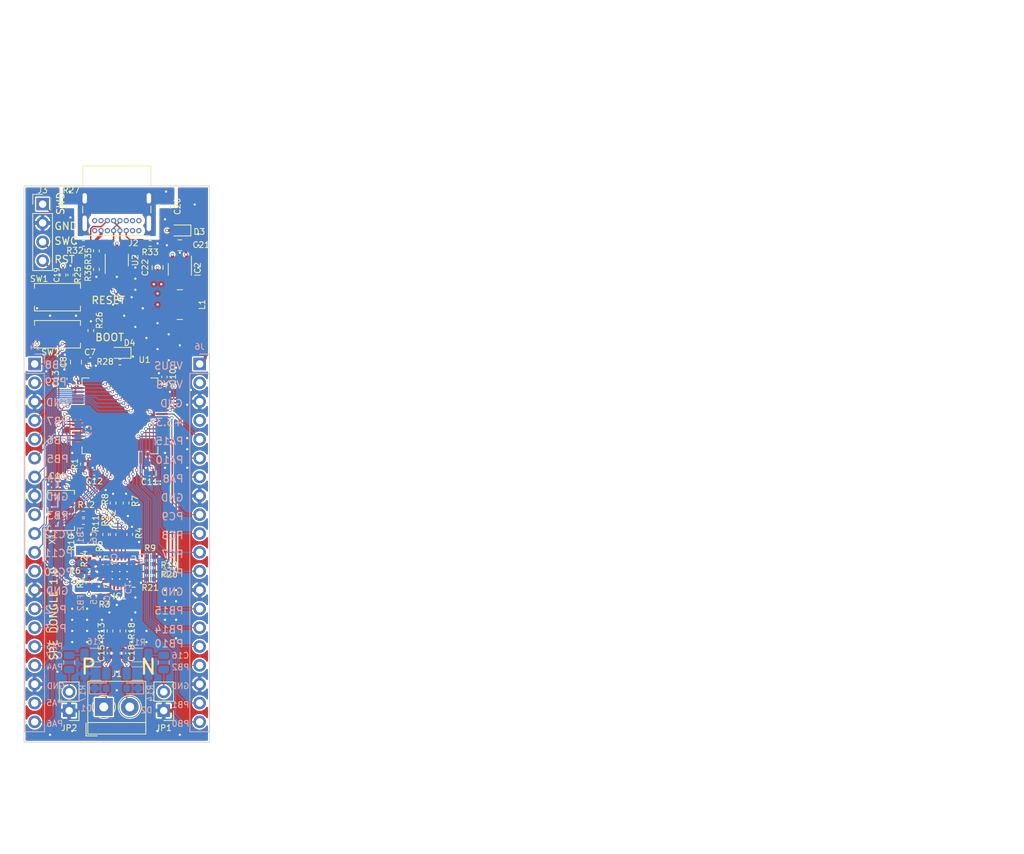
<source format=kicad_pcb>
(kicad_pcb (version 20221018) (generator pcbnew)
  (title_block (title "SPE Dongle") (date "2023-04-15") (rev "1.0") (company "Nathan Dumont"))
  (layers (0 "F.Cu" signal) (1 "In1.Cu" signal) (2 "In2.Cu" signal) (31 "B.Cu" signal) (34 "B.Paste" user) (35 "F.Paste" user) (36 "B.SilkS" user "B.Silkscreen") (37 "F.SilkS" user "F.Silkscreen") (38 "B.Mask" user) (39 "F.Mask" user) (44 "Edge.Cuts" user))
  (net 0 "")
  (net 1 "/SPE_VDDA")
  (net 2 "GND")
  (net 3 "/SPE_VDDP")
  (net 4 "+3.3V")
  (net 5 "Net-(C15-Pad1)")
  (net 6 "/SPE Termination/TRX_AC_P")
  (net 7 "Net-(C16-Pad1)")
  (net 8 "Net-(JP1-B)")
  (net 9 "Net-(C17-Pad1)")
  (net 10 "Net-(JP2-B)")
  (net 11 "Net-(C18-Pad1)")
  (net 12 "/SPE Termination/TRX_AC_N")
  (net 13 "/NRST")
  (net 14 "GNDPWR")
  (net 15 "/VSYS")
  (net 16 "/VBUS")
  (net 17 "Net-(D4-A)")
  (net 19 "Net-(IC1-TXD1)")
  (net 20 "Net-(IC1-TXD0)")
  (net 21 "Net-(IC1-TXEN)")
  (net 23 "/ETH_MDC")
  (net 24 "/ETH_MDIO")
  (net 25 "Net-(IC1-RXD0{slash}PHYAD2)")
  (net 26 "Net-(IC1-RXD1{slash}PHYAD3)")
  (net 27 "Net-(IC1-CRSDV{slash}PHYAD1)")
  (net 28 "Net-(IC1-RXER{slash}PHYAD0)")
  (net 29 "/ETH_INT")
  (net 31 "Net-(IC1-RBIAS)")
  (net 32 "Net-(IC1-REFCLKIN)")
  (net 34 "/SPE Termination/TRX_P")
  (net 35 "/SPE Termination/TRX_N")
  (net 36 "Net-(J2-CC1)")
  (net 37 "/USB_OTG_FS_DP")
  (net 38 "/USB_OTG_FS_DN")
  (net 40 "Net-(J2-CC2)")
  (net 42 "/SWDIO")
  (net 43 "/SWCLK")
  (net 44 "/PB6")
  (net 45 "/PB7")
  (net 46 "/PB8")
  (net 47 "/PB9")
  (net 48 "/PC9")
  (net 49 "/PC8")
  (net 50 "/PC7")
  (net 51 "/PC6")
  (net 52 "/PB5")
  (net 53 "/PB4")
  (net 54 "/ETH_CRS_DV")
  (net 55 "/ETH_RXD1")
  (net 56 "/ETH_RXD0")
  (net 57 "/ETH_REF_CLK")
  (net 58 "Net-(U1-PD0)")
  (net 59 "/ETH_TX_EN")
  (net 60 "/ETH_TXD0")
  (net 61 "/ETH_TXD1")
  (net 62 "Net-(U1-BOOT0)")
  (net 63 "/USB_OTG_FS_VBUS")
  (net 68 "/ETH_RST")
  (net 69 "/PB3")
  (net 71 "/CLK_50MHz")
  (net 72 "/PA3")
  (net 73 "/PA4")
  (net 74 "/PA5")
  (net 75 "/PA6")
  (net 76 "/PC12")
  (net 77 "/PC11")
  (net 78 "/PB15")
  (net 79 "/PB14")
  (net 80 "/PB10")
  (net 81 "/PB2")
  (net 82 "/PB1")
  (net 83 "/PB0")
  (net 84 "/PC2")
  (net 85 "/PC3")
  (net 86 "/PC10")
  (net 87 "/PA15")
  (net 88 "/PA10")
  (net 89 "/PA8")
  (net 90 "Net-(U1-PD2)")
  (net 91 "/USB/Lx")
  (footprint "Package_TO_SOT_SMD:TSOT-23-5" (layer "F.Cu") (at 158.5 61.25 -90)
    (fp_text reference "IC2")
    (fp_text value "~")
  )
  (footprint "Resistor_SMD:R_0402_1005Metric" (layer "F.Cu") (at 142.75 62 -90)
    (fp_text reference "R25")
    (fp_text value "10kΩ" hide)
  )
  (footprint "Package_QFP:LQFP-64_10x10mm_P0.5mm" (layer "F.Cu") (at 150.425 81)
    (fp_text reference "U1")
    (fp_text value "STM32F107RCTx" hide)
  )
  (footprint "Connector_PinHeader_2.54mm:PinHeader_1x02_P2.54mm_Vertical" (layer "F.Cu") (at 156.33 120.75 180)
    (fp_text reference "JP1")
    (fp_text value "TERM_N")
  )
  (footprint "Capacitor_SMD:C_0402_1005Metric" (layer "F.Cu") (at 146.425 73.5)
    (fp_text reference "C7")
    (fp_text value "100nF" hide)
  )
  (footprint "Capacitor_SMD:C_0805_2012Metric" (layer "F.Cu") (at 158.5 58 180)
    (fp_text reference "C21")
    (fp_text value "4.7µF" hide)
  )
  (footprint "Button_Switch_SMD:SW_SPST_EVQPE1" (layer "F.Cu") (at 142 65)
    (fp_text reference "SW1")
    (fp_text value "RESET")
  )
  (footprint "Resistor_SMD:R_0402_1005Metric" (layer "F.Cu") (at 149.08 110 -90)
    (fp_text reference "R13")
    (fp_text value "0Ω" hide)
  )
  (footprint "Resistor_SMD:R_0402_1005Metric" (layer "F.Cu") (at 145.5 95.25 180)
    (fp_text reference "R11")
    (fp_text value "47Ω" hide)
  )
  (footprint "Inductor_SMD:L_Wuerth_WE-TPC-3816" (layer "F.Cu") (at 158.5 66 -90)
    (fp_text reference "L1")
    (fp_text value "4.7µH" hide)
  )
  (footprint "Resistor_SMD:R_0402_1005Metric" (layer "F.Cu") (at 146.5 69.5 90)
    (fp_text reference "R26")
    (fp_text value "10kΩ" hide)
  )
  (footprint "Resistor_SMD:R_0402_1005Metric" (layer "F.Cu") (at 146.5 98.25 90)
    (fp_text reference "R5")
    (fp_text value "10kΩ" hide)
  )
  (footprint "Package_DFN_QFN:VQFN-24-1EP_4x4mm_P0.5mm_EP2.5x2.5mm_ThermalVias" (layer "F.Cu") (at 150.3925 102 180)
    (fp_text reference "IC1")
    (fp_text value "~" hide)
  )
  (footprint "Connector_PinHeader_2.54mm:PinHeader_1x02_P2.54mm_Vertical" (layer "F.Cu") (at 143.58 120.75 180)
    (fp_text reference "JP2")
    (fp_text value "TERM_P")
  )
  (footprint "Diode_SMD:D_0603_1608Metric" (layer "F.Cu") (at 158.5 56 180)
    (fp_text reference "D3")
    (fp_text value "D_Schottky" hide)
  )
  (footprint "Resistor_SMD:R_0402_1005Metric" (layer "F.Cu") (at 154.51 101 180)
    (fp_text reference "R19")
    (fp_text value "22Ω" hide)
  )
  (footprint "Capacitor_SMD:C_0402_1005Metric" (layer "F.Cu") (at 146.9625 88.65 180)
    (fp_text reference "C12")
    (fp_text value "100nF" hide)
  )
  (footprint "Resistor_SMD:R_0402_1005Metric" (layer "F.Cu") (at 149.5 92.75 90)
    (fp_text reference "R8")
    (fp_text value "10kΩ" hide)
  )
  (footprint "Capacitor_SMD:C_0402_1005Metric" (layer "F.Cu") (at 142.925 76 90)
    (fp_text reference "C13")
    (fp_text value "100nF" hide)
  )
  (footprint "Resistor_SMD:R_0402_1005Metric" (layer "F.Cu") (at 147 100.25 -90)
    (fp_text reference "R24")
    (fp_text value "22Ω" hide)
  )
  (footprint "Resistor_SMD:R_0402_1005Metric" (layer "F.Cu") (at 148.33 105.25 180)
    (fp_text reference "R3")
    (fp_text value "12.4kΩ" hide)
  )
  (footprint "Button_Switch_SMD:SW_SPST_EVQPE1" (layer "F.Cu") (at 142 70 180)
    (fp_text reference "SW2")
    (fp_text value "BOOT")
  )
  (footprint "Oscillator:Oscillator_SMD_EuroQuartz_XO53-4Pin_5.0x3.2mm" (layer "F.Cu") (at 142.5 93.75 -90)
    (fp_text reference "X1")
    (fp_text value "50MHz" hide)
  )
  (footprint "Resistor_SMD:R_0402_1005Metric" (layer "F.Cu") (at 150.83 110 -90)
    (fp_text reference "R18")
    (fp_text value "0Ω" hide)
  )
  (footprint "Resistor_SMD:R_0402_1005Metric" (layer "F.Cu") (at 147.25 58.75 -90)
    (fp_text reference "R35")
    (fp_text value "82kΩ" hide)
  )
  (footprint "Resistor_SMD:R_0402_1005Metric" (layer "F.Cu") (at 149.5 97 -90)
    (fp_text reference "R22")
    (fp_text value "22Ω" hide)
  )
  (footprint "Resistor_SMD:R_0402_1005Metric" (layer "F.Cu") (at 147.25 61.25 -90)
    (fp_text reference "R36")
    (fp_text value "33kΩ" hide)
  )
  (footprint "Capacitor_SMD:C_0402_1005Metric" (layer "F.Cu") (at 154.425 88.75 180)
    (fp_text reference "C11")
    (fp_text value "100nF" hide)
  )
  (footprint "Resistor_SMD:R_0402_1005Metric" (layer "F.Cu") (at 145.5 87.5 90)
    (fp_text reference "R1")
    (fp_text value "10kΩ" hide)
  )
  (footprint "Resistor_SMD:R_0402_1005Metric" (layer "F.Cu") (at 150.415 73.75 180)
    (fp_text reference "R28")
    (fp_text value "180Ω" hide)
  )
  (footprint "Resistor_SMD:R_0402_1005Metric" (layer "F.Cu") (at 151.25 92.75 90)
    (fp_text reference "R7")
    (fp_text value "10kΩ" hide)
  )
  (footprint "Package_TO_SOT_SMD:SOT-23-6" (layer "F.Cu") (at 150 60 90)
    (fp_text reference "U2")
    (fp_text value "USBLC6-2SC6" hide)
  )
  (footprint "Capacitor_SMD:C_0402_1005Metric" (layer "F.Cu") (at 149.08 113 -90)
    (fp_text reference "C15")
    (fp_text value "100nF" hide)
  )
  (footprint "Resistor_SMD:R_0402_1005Metric" (layer "F.Cu") (at 148.5 97 -90)
    (fp_text reference "R23")
    (fp_text value "22Ω" hide)
  )
  (footprint "Connector_USB:USB_C_Receptacle_GCT_USB4085" (layer "F.Cu") (at 152.975 56.025 180)
    (fp_text reference "J2")
    (fp_text value "USB_C_Receptacle_USB2.0" hide)
  )
  (footprint "Capacitor_SMD:C_0402_1005Metric" (layer "F.Cu") (at 156.425 75.75 90)
    (fp_text reference "C10")
    (fp_text value "100nF" hide)
  )
  (footprint "Capacitor_SMD:C_0402_1005Metric" (layer "F.Cu") (at 150.83 113 -90)
    (fp_text reference "C18")
    (fp_text value "100nF" hide)
  )
  (footprint "Resistor_SMD:R_0402_1005Metric" (layer "F.Cu") (at 146.25 103.5 90)
    (fp_text reference "R2")
    (fp_text value "10kΩ" hide)
  )
  (footprint "Resistor_SMD:R_0402_1005Metric" (layer "F.Cu") (at 151.75 97 90)
    (fp_text reference "R4")
    (fp_text value "10kΩ" hide)
  )
  (footprint "Resistor_SMD:R_0402_1005Metric" (layer "F.Cu") (at 146.25 102 180)
    (fp_text reference "R6")
    (fp_text value "10kΩ" hide)
  )
  (footprint "Resistor_SMD:R_0402_1005Metric" (layer "F.Cu") (at 154.51 102 180)
    (fp_text reference "R20")
    (fp_text value "22Ω" hide)
  )
  (footprint "Resistor_SMD:R_0402_1005Metric" (layer "F.Cu") (at 154.5 100)
    (fp_text reference "R9")
    (fp_text value "10kΩ" hide)
  )
  (footprint "Resistor_SMD:R_0402_1005Metric" (layer "F.Cu") (at 154.5 103 180)
    (fp_text reference "R21")
    (fp_text value "22Ω" hide)
  )
  (footprint "Resistor_SMD:R_0402_1005Metric" (layer "F.Cu") (at 154.5 57.75 180)
    (fp_text reference "R33")
    (fp_text value "5.11kΩ" hide)
  )
  (footprint "Resistor_SMD:R_0603_1608Metric" (layer "F.Cu") (at 143.75 52.75 -90)
    (fp_text reference "R27")
    (fp_text value "1MΩ" hide)
  )
  (footprint "LED_SMD:LED_0603_1608Metric" (layer "F.Cu") (at 150.425 72.5 180)
    (fp_text reference "D4")
    (fp_text value "LED")
  )
  (footprint "Connector_PinHeader_2.54mm:PinHeader_1x04_P2.54mm_Vertical" (layer "F.Cu") (at 140 52.45)
    (fp_text reference "J3")
    (fp_text value "SWD")
  )
  (footprint "TerminalBlock_4Ucon:TerminalBlock_4Ucon_1x02_P3.50mm_Horizontal" (layer "F.Cu") (at 148.25 120.25)
    (fp_text reference "J1")
    (fp_text value "Screw_Terminal_01x02" hide)
  )
  (footprint "Resistor_SMD:R_0402_1005Metric" (layer "F.Cu") (at 145.5 94.25)
    (fp_text reference "R12")
    (fp_text value "22Ω" hide)
  )
  (footprint "Capacitor_SMD:C_0805_2012Metric" (layer "F.Cu") (at 155.5 61 90)
    (fp_text reference "C22")
    (fp_text value "4.7µF" hide)
  )
  (footprint "Capacitor_SMD:C_0402_1005Metric" (layer "F.Cu") (at 143.75 62 90)
    (fp_text reference "C19")
    (fp_text value "100nF" hide)
  )
  (footprint "Capacitor_SMD:C_0805_2012Metric" (layer "F.Cu") (at 156.5 52.75 -90)
    (fp_text reference "C20")
    (fp_text value "4.7nF" hide)
  )
  (footprint "Resistor_SMD:R_0402_1005Metric" (layer "F.Cu") (at 145 96.75 -90)
    (fp_text reference "R10")
    (fp_text value "47Ω" hide)
  )
  (footprint "Resistor_SMD:R_0402_1005Metric" (layer "F.Cu") (at 145.5 57.75)
    (fp_text reference "R32")
    (fp_text value "5.11kΩ" hide)
  )
  (footprint "Capacitor_SMD:C_0805_2012Metric" (layer "F.Cu") (at 144.5 73.75 90)
    (fp_text reference "C8")
    (fp_text value "4.7µF" hide)
  )
  (footprint "Capacitor_SMD:C_0402_1005Metric" (layer "F.Cu") (at 142 90.25)
    (fp_text reference "C14")
    (fp_text value "100nF" hide)
  )
  (footprint "Capacitor_SMD:C_0402_1005Metric" (layer "B.Cu") (at 148.5 100.27 90)
    (fp_text reference "C3")
    (fp_text value "100nF")
  )
  (footprint "Capacitor_SMD:C_0603_1608Metric" (layer "B.Cu") (at 146.83 103.25 90)
    (fp_text reference "C5")
    (fp_text value "10µF")
  )
  (footprint "Connector_PinHeader_2.54mm:PinHeader_1x20_P2.54mm_Vertical" (layer "B.Cu") (at 161.175 74 180)
    (fp_text reference "J6")
    (fp_text value "Conn_01x20")
  )
  (footprint "Capacitor_SMD:C_0805_2012Metric" (layer "B.Cu") (at 143.58 114.25 -90)
    (fp_text reference "C17")
    (fp_text value "220nF")
  )
  (footprint "Inductor_SMD:L_0603_1608Metric" (layer "B.Cu") (at 145.08 100 90)
    (fp_text reference "FB1")
    (fp_text value "300Ω")
  )
  (footprint "Resistor_SMD:R_1206_3216Metric" (layer "B.Cu") (at 152.7925 113.25)
    (fp_text reference "R15")
    (fp_text value "49.9Ω")
  )
  (footprint "Resistor_SMD:R_1206_3216Metric" (layer "B.Cu") (at 147.1175 115.75 180)
    (fp_text reference "R17")
    (fp_text value "10kΩ")
  )
  (footprint "Capacitor_SMD:C_0603_1608Metric" (layer "B.Cu") (at 144.75 83 90)
    (fp_text reference "C9")
    (fp_text value "1µF")
  )
  (footprint "Capacitor_SMD:C_0402_1005Metric" (layer "B.Cu") (at 148.58 103.75 90)
    (fp_text reference "C2")
    (fp_text value "100nF")
  )
  (footprint "Capacitor_SMD:C_0805_2012Metric" (layer "B.Cu") (at 156.33 114.25 -90)
    (fp_text reference "C16")
    (fp_text value "220nF")
  )
  (footprint "Capacitor_SMD:C_0603_1608Metric" (layer "B.Cu") (at 146.75 100 90)
    (fp_text reference "C6")
    (fp_text value "10µF")
  )
  (footprint "Connector_PinHeader_2.54mm:PinHeader_1x20_P2.54mm_Vertical" (layer "B.Cu") (at 138.925 74 180)
    (fp_text reference "J4")
    (fp_text value "Conn_01x20")
  )
  (footprint "Capacitor_SMD:C_0402_1005Metric" (layer "B.Cu") (at 152.25 100.25 90)
    (fp_text reference "C4")
    (fp_text value "10nF")
  )
  (footprint "Diode_SMD:D_0603_1608Metric" (layer "B.Cu") (at 152.1175 117.75 180)
    (fp_text reference "D2")
    (fp_text value "EZA-EG3W11AV")
  )
  (footprint "Inductor_SMD:L_0603_1608Metric" (layer "B.Cu") (at 145.08 103.25 -90)
    (fp_text reference "FB2")
    (fp_text value "300Ω")
  )
  (footprint "Diode_SMD:D_0603_1608Metric" (layer "B.Cu") (at 147.7925 117.75)
    (fp_text reference "D1")
    (fp_text value "EZA-EG3W11AV")
  )
  (footprint "Resistor_SMD:R_1206_3216Metric" (layer "B.Cu") (at 152.7925 115.75)
    (fp_text reference "R14")
    (fp_text value "10kΩ")
  )
  (footprint "Capacitor_SMD:C_0402_1005Metric" (layer "B.Cu") (at 150.33 104.25 90)
    (fp_text reference "C1")
    (fp_text value "10nF")
  )
  (footprint "Resistor_SMD:R_1206_3216Metric" (layer "B.Cu") (at 147.1175 113.25 180)
    (fp_text reference "R16")
    (fp_text value "49.9Ω")
  )
  (gr_rect (start 137.5 50) (end 162.5 125) (stroke (width 0.1)) (fill none) (layer "Edge.Cuts"))
  (gr_text "PB1" (at 159.852 120.428) (layer "B.SilkS") (effects (font (size 0.8 0.8) (thickness 0.12)) (justify left bottom mirror)))
  (gr_text "PB3" (at 143.596 95.028) (layer "B.SilkS") (effects (font (size 1 1)) (justify left bottom mirror)))
  (gr_text "PC6" (at 159.09 102.775) (layer "B.SilkS") (effects (font (size 1 1)) (justify left bottom mirror)))
  (gr_text "PB5" (at 143.596 87.408) (layer "B.SilkS") (effects (font (size 1 1)) (justify left bottom mirror)))
  (gr_text "GND" (at 159.852 117.888) (layer "B.SilkS") (effects (font (size 0.8 0.8) (thickness 0.12)) (justify left bottom mirror)))
  (gr_text "PA8" (at 159.09 90.075) (layer "B.SilkS") (effects (font (size 1 1)) (justify left bottom mirror)))
  (gr_text "PB7" (at 143.596 82.328) (layer "B.SilkS") (effects (font (size 1 1)) (justify left bottom mirror)))
  (gr_text "PB15" (at 159.09 107.855) (layer "B.SilkS") (effects (font (size 1 1)) (justify left bottom mirror)))
  (gr_text "PA5" (at 142.834 120.174) (layer "B.SilkS") (effects (font (size 0.8 0.8) (thickness 0.12)) (justify left bottom mirror)))
  (gr_text "PC11" (at 144.2 100.108) (layer "B.SilkS") (effects (font (size 1 1)) (justify left bottom mirror)))
  (gr_text "PC10" (at 144.2 102.648) (layer "B.SilkS") (effects (font (size 1 1)) (justify left bottom mirror)))
  (gr_text "PC9" (at 159.09 95.155) (layer "B.SilkS") (effects (font (size 1 1)) (justify left bottom mirror)))
  (gr_text "GND" (at 143.088 117.888) (layer "B.SilkS") (effects (font (size 0.8 0.8) (thickness 0.12)) (justify left bottom mirror)))
  (gr_text "PB9" (at 143.342 76.994) (layer "B.SilkS") (effects (font (size 1 1)) (justify left bottom mirror)))
  (gr_text "PC3" (at 143.342 110.268) (layer "B.SilkS") (effects (font (size 1 1)) (justify left bottom mirror)))
  (gr_text "+3.3V" (at 159 82.455) (layer "B.SilkS") (effects (font (size 1 1)) (justify left bottom mirror)))
  (gr_text "PB14" (at 159.09 110.395) (layer "B.SilkS") (effects (font (size 1 1)) (justify left bottom mirror)))
  (gr_text "PC2" (at 143.342 107.728) (layer "B.SilkS") (effects (font (size 1 1)) (justify left bottom mirror)))
  (gr_text "GND" (at 143.596 92.488) (layer "B.SilkS") (effects (font (size 1 1)) (justify left bottom mirror)))
  (gr_text "PB8" (at 143.342 74.708) (layer "B.SilkS") (effects (font (size 1 1)) (justify left bottom mirror)))
  (gr_text "GND" (at 159 79.915) (layer "B.SilkS") (effects (font (size 1 1)) (justify left bottom mirror)))
  (gr_text "GND" (at 143.596 105.188) (layer "B.SilkS") (effects (font (size 1 1)) (justify left bottom mirror)))
  (gr_text "PA4" (at 142.834 115.348) (layer "B.SilkS") (effects (font (size 0.8 0.8) (thickness 0.12)) (justify left bottom mirror)))
  (gr_text "VSYS" (at 159 77.375) (layer "B.SilkS") (effects (font (size 1 1)) (justify left bottom mirror)))
  (gr_text "PA6" (at 142.834 122.968) (layer "B.SilkS") (effects (font (size 0.8 0.8) (thickness 0.12)) (justify left bottom mirror)))
  (gr_text "VBUS" (at 159 74.835) (layer "B.SilkS") (effects (font (size 1 1)) (justify left bottom mirror)))
  (gr_text "PB0" (at 159.852 122.968) (layer "B.SilkS") (effects (font (size 0.8 0.8) (thickness 0.12)) (justify left bottom mirror)))
  (gr_text "PB4" (at 143.596 89.948) (layer "B.SilkS") (effects (font (size 1 1)) (justify left bottom mirror)))
  (gr_text "GND" (at 159.09 105.315) (layer "B.SilkS") (effects (font (size 1 1)) (justify left bottom mirror)))
  (gr_text "PC12" (at 144.2 97.568) (layer "B.SilkS") (effects (font (size 1 1)) (justify left bottom mirror)))
  (gr_text "PA10" (at 159.09 87.535) (layer "B.SilkS") (effects (font (size 1 1)) (justify left bottom mirror)))
  (gr_text "PB2" (at 159.852 115.348) (layer "B.SilkS") (effects (font (size 0.8 0.8) (thickness 0.12)) (justify left bottom mirror)))
  (gr_text "PC8" (at 159.09 97.695) (layer "B.SilkS") (effects (font (size 1 1)) (justify left bottom mirror)))
  (gr_text "PB6" (at 143.596 84.868) (layer "B.SilkS") (effects (font (size 1 1)) (justify left bottom mirror)))
  (gr_text "PA15" (at 159.09 84.995) (layer "B.SilkS") (effects (font (size 1 1)) (justify left bottom mirror)))
  (gr_text "PB10" (at 159.09 112.3) (layer "B.SilkS") (effects (font (size 1 1)) (justify left bottom mirror)))
  (gr_text "PA3" (at 142.834 112.554) (layer "B.SilkS") (effects (font (size 0.8 0.8) (thickness 0.12)) (justify left bottom mirror)))
  (gr_text "GND" (at 159.09 92.615) (layer "B.SilkS") (effects (font (size 1 1)) (justify left bottom mirror)))
  (gr_text "PC7" (at 159.09 100.235) (layer "B.SilkS") (effects (font (size 1 1)) (justify left bottom mirror)))
  (gr_text "GND" (at 143.596 79.788) (layer "B.SilkS") (effects (font (size 1 1)) (justify left bottom mirror)))
  (gr_text "SWD" (at 143 54 90) (layer "F.SilkS") (effects (font (size 1 1)) (justify left bottom)))
  (gr_text "RST" (at 141.5 60.5) (layer "F.SilkS") (effects (font (size 1 1)) (justify left bottom)))
  (gr_text "RESET" (at 146.5 66) (layer "F.SilkS") (effects (font (size 1 1)) (justify left bottom)))
  (gr_text "SPE DONGLE ${REVISION}" (at 142.072 114.078 90) (layer "F.SilkS") (effects (font (size 1 1)) (justify left bottom)))
  (gr_text "N" (at 153 116) (layer "F.SilkS") (effects (font (size 2 2) (thickness 0.3)) (justify left bottom)))
  (gr_text "SWC" (at 141.5 58) (layer "F.SilkS") (effects (font (size 1 1)) (justify left bottom)))
  (gr_text "BOOT" (at 147 71) (layer "F.SilkS") (effects (font (size 1 1)) (justify left bottom)))
  (gr_text "P" (at 145 116) (layer "F.SilkS") (effects (font (size 2 2) (thickness 0.3)) (justify left bottom)))
  (gr_text "GND" (at 141.5 56) (layer "F.SilkS") (effects (font (size 1 1)) (justify left bottom)))
  (segment (start 150.6425 103.9375) (end 150.6425 105.1875) (width 0.2) (layer "F.Cu") (net 1))
  (segment (start 148.33 103.25) (end 147.58 104) (width 0.2) (layer "F.Cu") (net 1))
  (segment (start 150.6425 105.1875) (end 150.33 105.5) (width 0.2) (layer "F.Cu") (net 1))
  (segment (start 148.455 103.25) (end 148.33 103.25) (width 0.2) (layer "F.Cu") (net 1))
  (via (at 150.33 105.5) (size 0.45) (drill 0.3) (layers "F.Cu" "B.Cu") (net 1))
  (via (at 147.58 104) (size 0.45) (drill 0.3) (layers "F.Cu" "B.Cu") (net 1))
  (segment (start 150.33 105.5) (end 150.33 104.73) (width 0.2) (layer "B.Cu") (net 1))
  (segment (start 139.3 65) (end 139.3 66.45) (width 0.2) (layer "F.Cu") (net 2))
  (segment (start 156.5 53.7) (end 156.5 54.5) (width 0.2) (layer "F.Cu") (net 2))
  (segment (start 153.675 87.75) (end 153.925 88) (width 0.2) (layer "F.Cu") (net 2))
  (segment (start 151.2125 72.5) (end 151.675 72.5) (width 0.15) (layer "F.Cu") (net 2))
  (segment (start 153.945 88.02) (end 153.925 88) (width 0.2) (layer "F.Cu") (net 2))
  (segment (start 155.695 75.27) (end 155.675 75.25) (width 0.15) (layer "F.Cu") (net 2))
  (segment (start 147.175 86.675) (end 147.175 87.5675) (width 0.15) (layer "F.Cu") (net 2))
  (segment (start 151.25 92.24) (end 151.25 91.5) (width 0.2) (layer "F.Cu") (net 2))
  (segment (start 141.0925 96.6) (end 141.4 96.2925) (width 0.2) (layer "F.Cu") (net 2))
  (segment (start 152.33 103.25) (end 153 103.25) (width 0.2) (layer "F.Cu") (net 2))
  (segment (start 144.99 57.75) (end 144.5 57.75) (width 0.2) (layer "F.Cu") (net 2))
  (segment (start 141.4 96.2925) (end 141.4 95.02) (width 0.2) (layer "F.Cu") (net 2))
  (segment (start 153 103.25) (end 153.25 103.5) (width 0.2) (layer "F.Cu") (net 2))
  (segment (start 151.75 96.49) (end 151.75 96.2425) (width 0.2) (layer "F.Cu") (net 2))
  (segment (start 156.425 75.27) (end 155.695 75.27) (width 0.15) (layer "F.Cu") (net 2))
  (segment (start 145.7425 82.75) (end 145.9925 82.5) (width 0.2) (layer "F.Cu") (net 2))
  (segment (start 144.75 82.75) (end 145.7425 82.75) (width 0.2) (layer "F.Cu") (net 2))
  (segment (start 145.74 102) (end 145.3405 101.6005) (width 0.2) (layer "F.Cu") (net 2))
  (segment (start 142.925 75.52) (end 142.925 74.75) (width 0.2) (layer "F.Cu") (net 2))
  (segment (start 146.5 68.99) (end 146.5 68.25) (width 0.2) (layer "F.Cu") (net 2))
  (segment (start 155.01 57.75) (end 155.5 57.75) (width 0.2) (layer "F.Cu") (net 2))
  (segment (start 143.75 53.575) (end 143.75 54.25) (width 0.2) (layer "F.Cu") (net 2))
  (segment (start 155.01 100) (end 155.75 100) (width 0.2) (layer "F.Cu") (net 2))
  (segment (start 153.945 88.75) (end 153.945 88.02) (width 0.2) (layer "F.Cu") (net 2))
  (segment (start 143.05 72.8) (end 143 72.75) (width 0.2) (layer "F.Cu") (net 2))
  (segment (start 147.175 87.5675) (end 146.7425 88) (width 0.15) (layer "F.Cu") (net 2))
  (segment (start 141.52 90.25) (end 140.75 90.25) (width 0.2) (layer "F.Cu") (net 2))
  (segment (start 146.905 73.5) (end 146.905 73.98) (width 0.2) (layer "F.Cu") (net 2))
  (segment (start 143.75 61.52) (end 143.75 60.75) (width 0.2) (layer "F.Cu") (net 2))
  (segment (start 146.5 97.74) (end 146.5 97) (width 0.2) (layer "F.Cu") (net 2))
  (segment (start 151.75 96.2425) (end 152.0425 95.95) (width 0.2) (layer "F.Cu") (net 2))
  (segment (start 147.25 61.76) (end 147.25 62.25) (width 0.2) (layer "F.Cu") (net 2))
  (segment (start 144.5 72.8) (end 143.05 72.8) (width 0.2) (layer "F.Cu") (net 2))
  (segment (start 139.3 66.45) (end 139.25 66.5) (width 0.2) (layer "F.Cu") (net 2))
  (segment (start 157.55 58) (end 156.75 58) (width 0.2) (layer "F.Cu") (net 2))
  (segment (start 149.5 92.24) (end 149.5 91.5) (width 0.2) (layer "F.Cu") (net 2))
  (segment (start 146.4825 88.65) (end 146.4825 88.26) (width 0.15) (layer "F.Cu") (net 2))
  (segment (start 147.175 75.325) (end 147.175 74.25) (width 0.2) (layer "F.Cu") (net 2))
  (segment (start 150 61.1375) (end 150 62.25) (width 0.2) (layer "F.Cu") (net 2))
  (segment (start 146.4825 88.26) (end 146.7425 88) (width 0.15) (layer "F.Cu") (net 2))
  (segment (start 147.82 105.25) (end 147.25 105.25) (width 0.2) (layer "F.Cu") (net 2))
  (segment (start 146.905 73.98) (end 147.175 74.25) (width 0.2) (layer "F.Cu") (net 2))
  (segment (start 151.675 72.5) (end 152.175 73) (width 0.15) (layer "F.Cu") (net 2))
  (segment (start 158.5 60.1125) (end 158.5 59) (width 0.15) (layer "F.Cu") (net 2))
  (segment (start 145.3405 101.6005) (end 144 101.6005) (width 0.2) (layer "F.Cu") (net 2))
  (segment (start 153.675 86.675) (end 153.675 87.75) (width 0.2) (layer "F.Cu") (net 2))
  (segment (start 157.175 77.75) (end 156.1 77.75) (width 0.2) (layer "F.Cu") (net 2))
  (via (at 143 72.75) (size 0.45) (drill 0.3) (layers "F.Cu" "B.Cu") (net 2))
  (via (at 156.5 88) (size 0.45) (drill 0.3) (layers "F.Cu" "B.Cu") (net 2))
  (via (at 140.75 90.25) (size 0.45) (drill 0.3) (layers "F.Cu" "B.Cu") (net 2))
  (via (at 150 118) (size 0.45) (drill 0.3) (layers "F.Cu" "B.Cu") (net 2))
  (via (at 141.5 77) (size 0.45) (drill 0.3) (layers "F.Cu" "B.Cu") (net 2))
  (via (at 160.5 52.5) (size 0.45) (drill 0.3) (layers "F.Cu" "B.Cu") (net 2))
  (via (at 152.5 59.5) (size 0.45) (drill 0.3) (layers "F.Cu" "B.Cu") (net 2))
  (via (at 141 124) (size 0.45) (drill 0.3) (layers "F.Cu" "B.Cu") (net 2))
  (via (at 142 115.5) (size 0.45) (drill 0.3) (layers "F.Cu" "B.Cu") (net 2))
  (via (at 158 74.5) (size 0.45) (drill 0.3) (layers "F.Cu" "B.Cu") (net 2))
  (via (at 153.5 66.5) (size 0.45) (drill 0.3) (layers "F.Cu" "B.Cu") (net 2))
  (via (at 146.7425 88) (size 0.45) (drill 0.3) (layers "F.Cu" "B.Cu") (net 2))
  (via (at 147 89.5) (size 0.45) (drill 0.3) (layers "F.Cu" "B.Cu") (net 2))
  (via (at 153.925 88) (size 0.45) (drill 0.3) (layers "F.Cu" "B.Cu") (net 2))
  (via (at 146 107) (size 0.45) (drill 0.3) (layers "F.Cu" "B.Cu") (net 2))
  (via (at 144 123.5) (size 0.45) (drill 0.3) (layers "F.Cu" "B.Cu") (net 2))
  (via (at 158 106) (size 0.45) (drill 0.3) (layers "F.Cu" "B.Cu") (net 2))
  (via (at 158 104.5) (size 0.45) (drill 0.3) (layers "F.Cu" "B.Cu") (net 2))
  (via (at 152.5 69) (size 0.45) (drill 0.3) (layers "F.Cu" "B.Cu") (net 2))
  (via (at 147.25 105.25) (size 0.45) (drill 0.3) (layers "F.Cu" "B.Cu") (net 2))
  (via (at 151 67.5) (size 0.45) (drill 0.3) (layers "F.Cu" "B.Cu") (net 2))
  (via (at 153 93) (size 0.45) (drill 0.3) (layers "F.Cu" "B.Cu") (net 2))
  (via (at 158 108.5) (size 0.45) (drill 0.3) (layers "F.Cu" "B.Cu") (net 2))
  (via (at 159.5 79.5) (size 0.45) (drill 0.3) (layers "F.Cu" "B.Cu") (net 2))
  (via (at 155.5 123.5) (size 0.45) (drill 0.3) (layers "F.Cu" "B.Cu") (net 2))
  (via (at 157.175 77.75) (size 0.45) (drill 0.3) (layers "F.Cu" "B.Cu") (net 2))
  (via (at 154 111.5) (size 0.45) (drill 0.3) (layers "F.Cu" "B.Cu") (net 2))
  (via (at 148.5 91) (size 0.45) (drill 0.3) (layers "F.Cu" "B.Cu") (net 2))
  (via (at 159.5 85.5) (size 0.45) (drill 0.3) (layers "F.Cu" "B.Cu") (net 2))
  (via (at 152.5 105.5) (size 0.45) (drill 0.3) (layers "F.Cu" "B.Cu") (net 2))
  (via (at 139.25 66.5) (size 0.45) (drill 0.3) (layers "F.Cu" "B.Cu") (net 2))
  (via (at 157 73.5) (size 0.45) (drill 0.3) (layers "F.Cu" "B.Cu") (net 2))
  (via (at 155.75 100) (size 0.45) (drill 0.3) (layers "F.Cu" "B.Cu") (net 2))
  (via (at 147.25 62.25) (size 0.45) (drill 0.3) (layers "F.Cu" "B.Cu") (net 2))
  (via (at 156.5 54.5) (size 0.45) (drill 0.3) (layers "F.Cu" "B.Cu") (net 2))
  (via (at 148 108.5) (size 0.45) (drill 0.3) (layers "F.Cu" "B.Cu") (net 2))
  (via (at 152 110) (size 0.45) (drill 0.3) (layers "F.Cu" "B.Cu") (net 2))
  (via (at 155.5 68.5) (size 0.45) (drill 0.3) (layers "F.Cu" "B.Cu") (net 2))
  (via (at 152 65) (size 0.45) (drill 0.3) (layers "F.Cu" "B.Cu") (net 2))
  (via (at 144 108.5) (size 0.45) (drill 0.3) (layers "F.Cu" "B.Cu") (net 2))
  (via (at 142.925 74.75) (size 0.45) (drill 0.3) (layers "F.Cu" "B.Cu") (net 2))
  (via (at 146.5 97) (size 0.45) (drill 0.3) (layers "F.Cu" "B.Cu") (net 2))
  (via (at 150 62.25) (size 0.45) (drill 0.3) (layers "F.Cu" "B.Cu") (net 2))
  (via (at 149.5 91.5) (size 0.45) (drill 0.3) (layers "F.Cu" "B.Cu") (net 2))
  (via (at 144 86) (size 0.45) (drill 0.3) (layers "F.Cu" "B.Cu") (net 2))
  (via (at 144.5 67.5) (size 0.45) (drill 0.3) (layers "F.Cu" "B.Cu") (net 2))
  (via (at 154 70.5) (size 0.45) (drill 0.3) (layers "F.Cu" "B.Cu") (net 2))
  (via (at 152.0425 95.95) (size 0.45) (drill 0.3) (layers "F.Cu" "B.Cu") (net 2))
  (via (at 142 113.5) (size 0.45) (drill 0.3) (layers "F.Cu" "B.Cu") (net 2))
  (via (at 143.75 54.25) (size 0.45) (drill 0.3) (layers "F.Cu" "B.Cu") (net 2))
  (via (at 146 108.5) (size 0.45) (drill 0.3) (layers "F.Cu" "B.Cu") (net 2))
  (via (at 152 111.5) (size 0.45) (drill 0.3) (layers "F.Cu" "B.Cu") (net 2))
  (via (at 141 67.5) (size 0.45) (drill 0.3) (layers "F.Cu" "B.Cu") (net 2))
  (via (at 144 110) (size 0.45) (drill 0.3) (layers "F.Cu" "B.Cu") (net 2))
  (via (at 156.5 104.5) (size 0.45) (drill 0.3) (layers "F.Cu" "B.Cu") (net 2))
  (via (at 156.5 106) (size 0.45) (drill 0.3) (layers "F.Cu" "B.Cu") (net 2))
  (via (at 145.9925 82.5) (size 0.45) (drill 0.3) (layers "F.Cu" "B.Cu") (net 2))
  (via (at 155.675 75.25) (size 0.45) (drill 0.3) (layers "F.Cu" "B.Cu") (net 2))
  (via (at 151.5 94.5) (size 0.45) (drill 0.3) (layers "F.Cu" "B.Cu") (net 2))
  (via (at 148 111.5) (size 0.45) (drill 0.3) (layers "F.Cu" "B.Cu") (net 2))
  (via (at 153.25 103.5) (size 0.45) (drill 0.3) (layers "F.Cu" "B.Cu") (net 2))
  (via (at 153 98) (size 0.45) (drill 0.3) (layers "F.Cu" "B.Cu") (net 2))
  (via (at 143.75 60.75) (size 0.45) (drill 0.3) (layers "F.Cu" "B.Cu") (net 2))
  (via (at 161 56.5) (size 0.45) (drill 0.3) (layers "F.Cu" "B.Cu") (net 2))
  (via (at 158 111) (size 0.45) (drill 0.3) (layers "F.Cu" "B.Cu") (net 2))
  (via (at 156.5 108.5) (size 0.45) (drill 0.3) (layers "F.Cu" "B.Cu") (net 2))
  (via (at 155.5 72) (size 0.45) (drill 0.3) (layers "F.Cu" "B.Cu") (net 2))
  (via (at 147.175 74.25) (size 0.45) (drill 0.3) (layers "F.Cu" "B.Cu") (net 2))
  (via (at 149 107.5) (size 0.45) (drill 0.3) (layers "F.Cu" "B.Cu") (net 2))
  (via (at 144 97) (size 0.45) (drill 0.3) (layers "F.Cu" "B.Cu") (net 2))
  (via (at 144 111.5) (size 0.45) (drill 0.3) (layers "F.Cu" "B.Cu") (net 2))
  (via (at 152.5 62.5) (size 0.45) (drill 0.3) (layers "F.Cu" "B.Cu") (net 2))
  (via (at 140.5 75) (size 0.45) (drill 0.3) (layers "F.Cu" "B.Cu") (net 2))
  (via (at 146.5 68.25) (size 0.45) (drill 0.3) (layers "F.Cu" "B.Cu") (net 2))
  (via (at 156.5 86) (size 0.45) (drill 0.3) (layers "F.Cu" "B.Cu") (net 2))
  (via (at 152.5 64) (size 0.45) (drill 0.3) (layers "F.Cu" "B.Cu") (net 2))
  (via (at 146 111.5) (size 0.45) (drill 0.3) (layers "F.Cu" "B.Cu") (net 2))
  (via (at 150 115.5) (size 0.45) (drill 0.3) (layers "F.Cu" "B.Cu") (net 2))
  (via (at 144 107) (size 0.45) (drill 0.3) (layers "F.Cu" "B.Cu") (net 2))
  (via (at 160 77.5) (size 0.45) (drill 0.3) (layers "F.Cu" "B.Cu") (net 2))
  (via (at 141.0925 96.6) (size 0.45) (drill 0.3) (layers "F.Cu" "B.Cu") (net 2))
  (via (at 149.5 66) (size 0.45) (drill 0.3) (layers "F.Cu" "B.Cu") (net 2))
  (via (at 154 110) (size 0.45) (drill 0.3) (layers "F.Cu" "B.Cu") (net 2))
  (via (at 152.5 107.5) (size 0.45) (drill 0.3) (layers "F.Cu" "B.Cu") (net 2))
  (via (at 152.5 61) (size 0.45) (drill 0.3) (layers "F.Cu" "B.Cu") (net 2))
  (via (at 148 110) (size 0.45) (drill 0.3) (layers "F.Cu" "B.Cu") (net 2))
  (via (at 159.5 84) (size 0.45) (drill 0.3) (layers "F.Cu" "B.Cu") (net 2))
  (via (at 150 106.5) (size 0.45) (drill 0.3) (layers "F.Cu" "B.Cu") (net 2))
  (via (at 141 108) (size 0.45) (drill 0.3) (layers "F.Cu" "B.Cu") (net 2))
  (via (at 156.75 58) (size 0.45) (drill 0.3) (layers "F.Cu" "B.Cu") (net 2))
  (via (at 159.5 88) (size 0.45) (drill 0.3) (layers "F.Cu" "B.Cu") (net 2))
  (via (at 152.175 73) (size 0.45) (drill 0.3) (layers "F.Cu" "B.Cu") (net 2))
  (via (at 158.5 124) (size 0.45) (drill 0.3) (layers "F.Cu" "B.Cu") (net 2))
  (via (at 146 110) (size 0.45) (drill 0.3) (layers "F.Cu" "B.Cu") (net 2))
  (via (at 161 58) (size 0.45) (drill 0.3) (layers "F.Cu" "B.Cu") (net 2))
  (via (at 155.5 57.75) (size 0.45) (drill 0.3) (layers "F.Cu" "B.Cu") (net 2))
  (via (at 151.25 91.5) (size 0.45) (drill 0.3) (layers "F.Cu" "B.Cu") (net 2))
  (via (at 144.5 57.75) (size 0.45) (drill 0.3) (layers "F.Cu" "B.Cu") (net 2))
  (via (at 161 61) (size 0.45) (drill 0.3) (layers "F.Cu" "B.Cu") (net 2))
  (via (at 158.5 59) (size 0.45) (drill 0.3) (layers "F.Cu" "B.Cu") (net 2))
  (via (at 152 108.5) (size 0.45) (drill 0.3) (layers "F.Cu" "B.Cu") (net 2))
  (via (at 158.5 71.5) (size 0.45) (drill 0.3) (layers "F.Cu" "B.Cu") (net 2))
  (via (at 144 101.6005) (size 0.45) (drill 0.3) (layers "F.Cu" "B.Cu") (net 2))
  (via (at 157 70) (size 0.45) (drill 0.3) (layers "F.Cu" "B.Cu") (net 2))
  (segment (start 145.7175 82.225) (end 144.75 82.225) (width 0.2) (layer "B.Cu") (net 2))
  (segment (start 145.9925 82.5) (end 145.7175 82.225) (width 0.2) (layer "B.Cu") (net 2))
  (segment (start 147.75 100.5) (end 147.75 100) (width 0.2) (layer "F.Cu") (net 3))
  (segment (start 148.455 100.75) (end 148 100.75) (width 0.2) (layer "F.Cu") (net 3))
  (segment (start 153 100.75) (end 153.25 100.5) (width 0.2) (layer "F.Cu") (net 3))
  (segment (start 152.33 100.75) (end 153 100.75) (width 0.2) (layer "F.Cu") (net 3))
  (segment (start 148 100.75) (end 147.75 100.5) (width 0.2) (layer "F.Cu") (net 3))
  (via (at 147.75 100) (size 0.45) (drill 0.3) (layers "F.Cu" "B.Cu") (net 3))
  (via (at 153.25 100.5) (size 0.45) (drill 0.3) (layers "F.Cu" "B.Cu") (net 3))
  (segment (start 152.98 100.5) (end 152.25 99.77) (width 0.2) (layer "B.Cu") (net 3))
  (segment (start 153.25 100.5) (end 152.98 100.5) (width 0.2) (layer "B.Cu") (net 3))
  (segment (start 144.5 76) (end 144.5 74.7) (width 0.2) (layer "F.Cu") (net 4))
  (segment (start 145.6925 83.25) (end 145.9425 83.5) (width 0.2) (layer "F.Cu") (net 4))
  (segment (start 143.6 90.85) (end 143.25 90.5) (width 0.2) (layer "F.Cu") (net 4))
  (segment (start 146.675 74.75) (end 146.175 74.25) (width 0.2) (layer "F.Cu") (net 4))
  (segment (start 142.925 76.48) (end 143.155 76.48) (width 0.2) (layer "F.Cu") (net 4))
  (segment (start 143.925 77.25) (end 143.675 77) (width 0.2) (layer "F.Cu") (net 4))
  (segment (start 143 90.25) (end 143.25 90.5) (width 0.2) (layer "F.Cu") (net 4))
  (segment (start 143.155 76.48) (end 143.675 77) (width 0.2) (layer "F.Cu") (net 4))
  (segment (start 154.905 88.75) (end 154.905 88.23) (width 0.2) (layer "F.Cu") (net 4))
  (segment (start 142.48 90.25) (end 143 90.25) (width 0.2) (layer "F.Cu") (net 4))
  (segment (start 154.175 87.5) (end 154.675 88) (width 0.2) (layer "F.Cu") (net 4))
  (segment (start 156.1 77.075) (end 156.425 76.75) (width 0.15) (layer "F.Cu") (net 4))
  (segment (start 145.5 88.5) (end 145.75 88.75) (width 0.2) (layer "F.Cu") (net 4))
  (segment (start 142.75 61.49) (end 142.75 60.75) (width 0.2) (layer "F.Cu") (net 4))
  (segment (start 147.4425 88.15) (end 147.5925 88) (width 0.15) (layer "F.Cu") (net 4))
  (segment (start 144.75 77.25) (end 143.925 77.25) (width 0.2) (layer "F.Cu") (net 4))
  (segment (start 154.175 86.675) (end 154.175 87.5) (width 0.2) (layer "F.Cu") (net 4))
  (segment (start 145.5 88.01) (end 145.5 88.5) (width 0.2) (layer "F.Cu") (net 4))
  (segment (start 146.675 75.325) (end 146.675 74.75) (width 0.2) (layer "F.Cu") (net 4))
  (segment (start 139.3 71.2) (end 139.25 71.25) (width 0.2) (layer "F.Cu") (net 4))
  (segment (start 156.425 76.23) (end 156.425 76.75) (width 0.15) (layer "F.Cu") (net 4))
  (segment (start 157.675 61.7375) (end 157.55 61.8625) (width 0.15) (layer "F.Cu") (net 4))
  (segment (start 147.4425 88.65) (end 147.4425 88.15) (width 0.15) (layer "F.Cu") (net 4))
  (segment (start 155.5 62.05) (end 155.5 61) (width 0.2) (layer "F.Cu") (net 4))
  (segment (start 145.945 73.5) (end 145.945 74.02) (width 0.2) (layer "F.Cu") (net 4))
  (segment (start 144.75 76.25) (end 144.5 76) (width 0.2) (layer "F.Cu") (net 4))
  (segment (start 144.75 83.25) (end 145.6925 83.25) (width 0.2) (layer "F.Cu") (net 4))
  (segment (start 144.75 77.25) (end 144.75 76.25) (width 0.2) (layer "F.Cu") (net 4))
  (segment (start 154.905 88.23) (end 154.675 88) (width 0.2) (layer "F.Cu") (net 4))
  (segment (start 156.1 77.25) (end 156.1 77.075) (width 0.15) (layer "F.Cu") (net 4))
  (segment (start 145.945 74.02) (end 146.175 74.25) (width 0.2) (layer "F.Cu") (net 4))
  (segment (start 147.675 86.675) (end 147.675 87.9175) (width 0.15) (layer "F.Cu") (net 4))
  (segment (start 143.6 92.48) (end 143.6 90.85) (width 0.2) (layer "F.Cu") (net 4))
  (segment (start 146.25 104.01) (end 146.25 105) (width 0.2) (layer "F.Cu") (net 4))
  (segment (start 147.675 87.9175) (end 147.5925 88) (width 0.15) (layer "F.Cu") (net 4))
  (segment (start 139.3 70) (end 139.3 71.2) (width 0.2) (layer "F.Cu") (net 4))
  (via (at 144.5 76) (size 0.45) (drill 0.3) (layers "F.Cu" "B.Cu") (net 4))
  (via (at 155.5 61) (size 0.45) (drill 0.3) (layers "F.Cu" "B.Cu") (net 4))
  (via (at 142.75 60.75) (size 0.45) (drill 0.3) (layers "F.Cu" "B.Cu") (net 4))
  (via (at 155 63.25) (size 0.45) (drill 0.3) (layers "F.Cu" "B.Cu") (net 4))
  (via (at 156.425 76.75) (size 0.45) (drill 0.3) (layers "F.Cu" "B.Cu") (net 4))
  (via (at 144 102.5) (size 0.45) (drill 0.3) (layers "F.Cu" "B.Cu") (net 4))
  (via (at 145.9425 83.5) (size 0.45) (drill 0.3) (layers "F.Cu" "B.Cu") (net 4))
  (via (at 139.25 71.25) (size 0.45) (drill 0.3) (layers "F.Cu" "B.Cu") (net 4))
  (via (at 147.5925 88) (size 0.45) (drill 0.3) (layers "F.Cu" "B.Cu") (net 4))
  (via (at 145.75 88.75) (size 0.45) (drill 0.3) (layers "F.Cu" "B.Cu") (net 4))
  (via (at 155.5 64.5) (size 0.45) (drill 0.3) (layers "F.Cu" "B.Cu") (net 4))
  (via (at 146.175 74.25) (size 0.45) (drill 0.3) (layers "F.Cu" "B.Cu") (net 4))
  (via (at 143.25 90.5) (size 0.45) (drill 0.3) (layers "F.Cu" "B.Cu") (net 4))
  (via (at 143.675 77) (size 0.45) (drill 0.3) (layers "F.Cu" "B.Cu") (net 4))
  (via (at 144 100.75) (size 0.45) (drill 0.3) (layers "F.Cu" "B.Cu") (net 4))
  (via (at 155.5 66) (size 0.45) (drill 0.3) (layers "F.Cu" "B.Cu") (net 4))
  (via (at 146.25 105) (size 0.45) (drill 0.3) (layers "F.Cu" "B.Cu") (net 4))
  (via (at 156 63.25) (size 0.45) (drill 0.3) (layers "F.Cu" "B.Cu") (net 4))
  (via (at 154.675 88) (size 0.45) (drill 0.3) (layers "F.Cu" "B.Cu") (net 4))
  (segment (start 145.9425 83.5) (end 145.6675 83.775) (width 0.2) (layer "B.Cu") (net 4))
  (segment (start 145.08 100.7875) (end 144.0375 100.7875) (width 0.2) (layer "B.Cu") (net 4))
  (segment (start 145.6675 83.775) (end 144.75 83.775) (width 0.2) (layer "B.Cu") (net 4))
  (segment (start 144.0375 100.7875) (end 144 100.75) (width 0.2) (layer "B.Cu") (net 4))
  (segment (start 144.0375 102.4625) (end 144 102.5) (width 0.2) (layer "B.Cu") (net 4))
  (segment (start 145.08 102.4625) (end 144.0375 102.4625) (width 0.2) (layer "B.Cu") (net 4))
  (segment (start 149.08 110.51) (end 149.08 112.52) (width 0.2) (layer "F.Cu") (net 5))
  (segment (start 149.08 114) (end 148.58 114.5) (width 0.2) (layer "F.Cu") (net 6))
  (segment (start 149.08 113.48) (end 149.08 114) (width 0.2) (layer "F.Cu") (net 6))
  (via (at 148.58 114.5) (size 0.45) (drill 0.3) (layers "F.Cu" "B.Cu") (net 6))
  (segment (start 148.58 117.75) (end 148.58 119.92) (width 0.2) (layer "B.Cu") (net 6))
  (segment (start 148.58 115.75) (end 148.58 117.75) (width 0.2) (layer "B.Cu") (net 6))
  (segment (start 148.58 114.5) (end 148.58 115.75) (width 0.2) (layer "B.Cu") (net 6))
  (segment (start 148.58 119.92) (end 148.25 120.25) (width 0.2) (layer "B.Cu") (net 6))
  (segment (start 148.58 113.25) (end 148.58 114.5) (width 0.2) (layer "B.Cu") (net 6))
  (segment (start 154.305 113.3) (end 154.255 113.25) (width 0.2) (layer "B.Cu") (net 7))
  (segment (start 156.33 113.3) (end 154.305 113.3) (width 0.2) (layer "B.Cu") (net 7))
  (segment (start 156.33 115.2) (end 156.33 118.21) (width 0.2) (layer "B.Cu") (net 8))
  (segment (start 143.63 113.25) (end 143.58 113.3) (width 0.2) (layer "B.Cu") (net 9))
  (segment (start 145.655 113.25) (end 143.63 113.25) (width 0.2) (layer "B.Cu") (net 9))
  (segment (start 143.58 118.21) (end 143.58 115.2) (width 0.2) (layer "B.Cu") (net 10))
  (segment (start 150.83 112.52) (end 150.83 110.51) (width 0.2) (layer "F.Cu") (net 11))
  (segment (start 150.83 113.48) (end 150.83 114) (width 0.2) (layer "F.Cu") (net 12))
  (segment (start 150.83 114) (end 151.33 114.5) (width 0.2) (layer "F.Cu") (net 12))
  (via (at 151.33 114.5) (size 0.45) (drill 0.3) (layers "F.Cu" "B.Cu") (net 12))
  (segment (start 151.33 117.75) (end 151.33 119.83) (width 0.2) (layer "B.Cu") (net 12))
  (segment (start 151.33 119.83) (end 151.75 120.25) (width 0.2) (layer "B.Cu") (net 12))
  (segment (start 151.33 114.5) (end 151.33 115.75) (width 0.2) (layer "B.Cu") (net 12))
  (segment (start 151.33 115.75) (end 151.33 117.75) (width 0.2) (layer "B.Cu") (net 12))
  (segment (start 151.33 113.25) (end 151.33 114.5) (width 0.2) (layer "B.Cu") (net 12))
  (segment (start 144.7 65) (end 144.7 63.43) (width 0.2) (layer "F.Cu") (net 13))
  (segment (start 142.75 62.51) (end 143.72 62.51) (width 0.2) (layer "F.Cu") (net 13))
  (segment (start 144.75 80.25) (end 142.675 80.25) (width 0.15) (layer "F.Cu") (net 13))
  (segment (start 142.175 67.525) (end 144.7 65) (width 0.15) (layer "F.Cu") (net 13))
  (segment (start 142.44 62.51) (end 142.75 62.51) (width 0.2) (layer "F.Cu") (net 13))
  (segment (start 144.7 63.43) (end 143.75 62.48) (width 0.2) (layer "F.Cu") (net 13))
  (segment (start 140 60.07) (end 142.44 62.51) (width 0.2) (layer "F.Cu") (net 13))
  (segment (start 143.72 62.51) (end 143.75 62.48) (width 0.2) (layer "F.Cu") (net 13))
  (segment (start 142.675 80.25) (end 142.175 79.75) (width 0.15) (layer "F.Cu") (net 13))
  (segment (start 142.175 79.75) (end 142.175 67.525) (width 0.15) (layer "F.Cu") (net 13))
  (via (at 143.6425 50.75) (size 0.45) (drill 0.3) (layers "F.Cu" "B.Cu") (net 14))
  (via (at 156.6425 50.75) (size 0.45) (drill 0.3) (layers "F.Cu" "B.Cu") (net 14))
  (segment (start 159.45 56.1625) (end 159.2875 56) (width 0.4) (layer "F.Cu") (net 15))
  (segment (start 159.45 58) (end 159.45 56.1625) (width 0.4) (layer "F.Cu") (net 15))
  (segment (start 157.5 60.0625) (end 157.55 60.1125) (width 0.4) (layer "F.Cu") (net 15))
  (segment (start 157.5 59.25) (end 157.5 60.0625) (width 0.4) (layer "F.Cu") (net 15))
  (segment (start 159.45 59.375) (end 159.325 59.25) (width 0.4) (layer "F.Cu") (net 15))
  (segment (start 159.325 58.125) (end 159.45 58) (width 0.4) (layer "F.Cu") (net 15))
  (segment (start 159.325 59.25) (end 159.325 58.125) (width 0.4) (layer "F.Cu") (net 15))
  (via (at 157.5 59.25) (size 0.45) (drill 0.3) (layers "F.Cu" "B.Cu") (net 15))
  (via (at 159.325 59.25) (size 0.45) (drill 0.3) (layers "F.Cu" "B.Cu") (net 15))
  (segment (start 147.875 56.625) (end 147.25 57.25) (width 0.4) (layer "F.Cu") (net 16))
  (segment (start 150 58.8625) (end 150 57.75) (width 0.4) (layer "F.Cu") (net 16))
  (segment (start 161.925 73.25) (end 161.925 56) (width 0.4) (layer "F.Cu") (net 16))
  (segment (start 147.25 57.25) (end 147.25 58.24) (width 0.4) (layer "F.Cu") (net 16))
  (segment (start 157.7125 55.2125) (end 157.7125 56) (width 0.4) (layer "F.Cu") (net 16))
  (segment (start 161.925 56) (end 160.675 54.75) (width 0.4) (layer "F.Cu") (net 16))
  (segment (start 158.175 54.75) (end 157.7125 55.2125) (width 0.4) (layer "F.Cu") (net 16))
  (segment (start 147.875 56.025) (end 147.875 56.625) (width 0.4) (layer "F.Cu") (net 16))
  (segment (start 160.675 54.75) (end 158.175 54.75) (width 0.4) (layer "F.Cu") (net 16))
  (segment (start 157.7125 56) (end 156.75 56) (width 0.4) (layer "F.Cu") (net 16))
  (segment (start 161.175 74) (end 161.925 73.25) (width 0.4) (layer "F.Cu") (net 16))
  (via (at 156.75 56) (size 0.45) (drill 0.3) (layers "F.Cu" "B.Cu") (net 16))
  (via (at 150 57.75) (size 0.45) (drill 0.3) (layers "F.Cu" "B.Cu") (net 16))
  (segment (start 149.905 73.75) (end 149.905 72.7675) (width 0.15) (layer "F.Cu") (net 17))
  (segment (start 149.905 72.7675) (end 149.6375 72.5) (width 0.15) (layer "F.Cu") (net 17))
  (segment (start 153.5 103) (end 153.99 103) (width 0.2) (layer "F.Cu") (net 19))
  (segment (start 152.75 102.25) (end 153.5 103) (width 0.2) (layer "F.Cu") (net 19))
  (segment (start 152.33 102.25) (end 152.75 102.25) (width 0.2) (layer "F.Cu") (net 19))
  (segment (start 153 101.75) (end 153.25 102) (width 0.2) (layer "F.Cu") (net 20))
  (segment (start 152.33 101.75) (end 153 101.75) (width 0.2) (layer "F.Cu") (net 20))
  (segment (start 153.25 102) (end 154 102) (width 0.2) (layer "F.Cu") (net 20))
  (segment (start 154 100.01) (end 153.99 100) (width 0.2) (layer "F.Cu") (net 21))
  (segment (start 154 101) (end 154 100.01) (width 0.2) (layer "F.Cu") (net 21))
  (segment (start 152.33 101.25) (end 153 101.25) (width 0.2) (layer "F.Cu") (net 21))
  (segment (start 153.25 101) (end 154 101) (width 0.2) (layer "F.Cu") (net 21))
  (segment (start 153 101.25) (end 153.25 101) (width 0.2) (layer "F.Cu") (net 21))
  (segment (start 143.425 81.25) (end 144.75 81.25) (width 0.15) (layer "F.Cu") (net 23))
  (segment (start 147.6425 93.3925) (end 148.25 94) (width 0.15) (layer "F.Cu") (net 23))
  (segment (start 147.6425 91.8925) (end 147.6425 93.3925) (width 0.15) (layer "F.Cu") (net 23))
  (segment (start 150.6425 95.5) (end 150.6425 100.0625) (width 0.15) (layer "F.Cu") (net 23))
  (segment (start 144.2125 88.4625) (end 147.6425 91.8925) (width 0.15) (layer "F.Cu") (net 23))
  (via (at 150.6425 95.5) (size 0.45) (drill 0.3) (layers "F.Cu" "B.Cu") (net 23))
  (via (at 144.2125 88.4625) (size 0.45) (drill 0.3) (layers "F.Cu" "B.Cu") (net 23))
  (via (at 148.25 94) (size 0.45) (drill 0.3) (layers "F.Cu" "B.Cu") (net 23))
  (via (at 143.425 81.25) (size 0.45) (drill 0.3) (layers "F.Cu" "B.Cu") (net 23))
  (segment (start 143.425 85.3175) (end 143.675 85.0675) (width 0.15) (layer "B.Cu") (net 23))
  (segment (start 150.6425 95.5) (end 149.75 95.5) (width 0.15) (layer "B.Cu") (net 23))
  (segment (start 149.75 95.5) (end 148.25 94) (width 0.15) (layer "B.Cu") (net 23))
  (segment (start 144.2125 88.4625) (end 143.425 87.675) (width 0.15) (layer "B.Cu") (net 23))
  (segment (start 143.675 81.5) (end 143.425 81.25) (width 0.15) (layer "B.Cu") (net 23))
  (segment (start 143.675 85.0675) (end 143.675 81.5) (width 0.15) (layer "B.Cu") (net 23))
  (segment (start 143.425 87.675) (end 143.425 85.3175) (width 0.15) (layer "B.Cu") (net 23))
  (segment (start 144.99 86.99) (end 144.75 86.75) (width 0.15) (layer "F.Cu") (net 24))
  (segment (start 145.5 86.99) (end 144.99 86.99) (width 0.15) (layer "F.Cu") (net 24))
  (segment (start 144.75 88.6075) (end 144.75 86.75) (width 0.15) (layer "F.Cu") (net 24))
  (segment (start 144.75 86.75) (end 144.75 84.75) (width 0.15) (layer "F.Cu") (net 24))
  (segment (start 148.25 92.1075) (end 144.75 88.6075) (width 0.15) (layer "F.Cu") (net 24))
  (segment (start 148.25 93.25) (end 148.25 92.1075) (width 0.15) (layer "F.Cu") (net 24))
  (segment (start 150.1425 95) (end 150.1425 100.0625) (width 0.15) (layer "F.Cu") (net 24))
  (via (at 148.25 93.25) (size 0.45) (drill 0.3) (layers "F.Cu" "B.Cu") (net 24))
  (via (at 150.1425 95) (size 0.45) (drill 0.3) (layers "F.Cu" "B.Cu") (net 24))
  (segment (start 150.1425 95) (end 150 95) (width 0.15) (layer "B.Cu") (net 24))
  (segment (start 150 95) (end 148.25 93.25) (width 0.15) (layer "B.Cu") (net 24))
  (segment (start 149.6425 97.6525) (end 149.5 97.51) (width 0.2) (layer "F.Cu") (net 25))
  (segment (start 149.6425 100.0625) (end 149.6425 97.6525) (width 0.2) (layer "F.Cu") (net 25))
  (segment (start 149.1425 99.1425) (end 148.5 98.5) (width 0.2) (layer "F.Cu") (net 26))
  (segment (start 149.1425 100.0625) (end 149.1425 99.1425) (width 0.2) (layer "F.Cu") (net 26))
  (segment (start 148.5 98.5) (end 148.5 97.51) (width 0.2) (layer "F.Cu") (net 26))
  (segment (start 147.01 100.76) (end 147.5 101.25) (width 0.2) (layer "F.Cu") (net 27))
  (segment (start 147 100.76) (end 147.01 100.76) (width 0.2) (layer "F.Cu") (net 27))
  (segment (start 147.5 101.25) (end 148.455 101.25) (width 0.2) (layer "F.Cu") (net 27))
  (segment (start 147.01 101.75) (end 148.455 101.75) (width 0.2) (layer "F.Cu") (net 28))
  (segment (start 146.76 102) (end 147.01 101.75) (width 0.2) (layer "F.Cu") (net 28))
  (segment (start 143.1925 103.45) (end 140.2425 100.5) (width 0.15) (layer "F.Cu") (net 29))
  (segment (start 140.2425 100.5) (end 140.2425 85.0075) (width 0.15) (layer "F.Cu") (net 29))
  (segment (start 146.75 103) (end 146.26 103) (width 0.2) (layer "F.Cu") (net 29))
  (segment (start 148.455 102.25) (end 147.5 102.25) (width 0.2) (layer "F.Cu") (net 29))
  (segment (start 144.65 83.65) (end 144.75 83.75) (width 0.15) (layer "F.Cu") (net 29))
  (segment (start 144.7025 102.99) (end 146.25 102.99) (width 0.15) (layer "F.Cu") (net 29))
  (segment (start 147.5 102.25) (end 146.75 103) (width 0.2) (layer "F.Cu") (net 29))
  (segment (start 140.2425 85.0075) (end 141.6 83.65) (width 0.15) (layer "F.Cu") (net 29))
  (segment (start 144.2425 103.45) (end 144.7025 102.99) (width 0.15) (layer "F.Cu") (net 29))
  (segment (start 146.26 103) (end 146.25 102.99) (width 0.2) (layer "F.Cu") (net 29))
  (segment (start 141.6 83.65) (end 144.65 83.65) (width 0.15) (layer "F.Cu") (net 29))
  (via (at 144.2425 103.45) (size 0.45) (drill 0.3) (layers "F.Cu" "B.Cu") (net 29))
  (via (at 143.1925 103.45) (size 0.45) (drill 0.3) (layers "F.Cu" "B.Cu") (net 29))
  (segment (start 143.1925 103.45) (end 144.2425 103.45) (width 0.15) (layer "B.Cu") (net 29))
  (segment (start 149.1425 104.9475) (end 148.84 105.25) (width 0.2) (layer "F.Cu") (net 31))
  (segment (start 149.1425 103.9375) (end 149.1425 104.9475) (width 0.2) (layer "F.Cu") (net 31))
  (segment (start 143.2925 98.9675) (end 145 97.26) (width 0.15) (layer "F.Cu") (net 32))
  (segment (start 143.2925 102.65) (end 143.2925 98.9675) (width 0.15) (layer "F.Cu") (net 32))
  (segment (start 149.25 106) (end 145.25 106) (width 0.15) (layer "F.Cu") (net 32))
  (segment (start 143.7 103.0575) (end 143.2925 102.65) (width 0.15) (layer "F.Cu") (net 32))
  (segment (start 149.6425 103.9375) (end 149.6425 105.6075) (width 0.15) (layer "F.Cu") (net 32))
  (segment (start 143.7 104.45) (end 143.7 103.0575) (width 0.15) (layer "F.Cu") (net 32))
  (segment (start 145.25 106) (end 143.7 104.45) (width 0.15) (layer "F.Cu") (net 32))
  (segment (start 149.6425 105.6075) (end 149.25 106) (width 0.15) (layer "F.Cu") (net 32))
  (segment (start 149.08 109.49) (end 149.729999 108.840001) (width 0.2) (layer "F.Cu") (net 34))
  (segment (start 149.729999 108.840001) (end 149.729999 108.281801) (width 0.2) (layer "F.Cu") (net 34))
  (segment (start 149.729999 108.281801) (end 151.192499 106.819301) (width 0.2) (layer "F.Cu") (net 34))
  (segment (start 151.192499 106.819301) (end 151.192499 103.987499) (width 0.2) (layer "F.Cu") (net 34))
  (segment (start 151.192499 103.987499) (end 151.1425 103.9375) (width 0.2) (layer "F.Cu") (net 34))
  (segment (start 151.6425 107.0057) (end 151.6425 103.9375) (width 0.2) (layer "F.Cu") (net 35))
  (segment (start 150.180001 108.468199) (end 151.6425 107.0057) (width 0.2) (layer "F.Cu") (net 35))
  (segment (start 150.180001 108.840001) (end 150.180001 108.468199) (width 0.2) (layer "F.Cu") (net 35))
  (segment (start 150.83 109.49) (end 150.180001 108.840001) (width 0.2) (layer "F.Cu") (net 35))
  (segment (start 153.49 57.25) (end 153.99 57.75) (width 0.2) (layer "F.Cu") (net 36))
  (segment (start 151.75 57.25) (end 153.49 57.25) (width 0.2) (layer "F.Cu") (net 36))
  (segment (start 151.275 56.775) (end 151.75 57.25) (width 0.2) (layer "F.Cu") (net 36))
  (segment (start 151.275 56.025) (end 151.275 56.775) (width 0.2) (layer "F.Cu") (net 36))
  (segment (start 150.95 63.55) (end 149.95069 64.54931) (width 0.2) (layer "F.Cu") (net 37))
  (segment (start 150.425 56.025) (end 150.425 57.175) (width 0.2) (layer "F.Cu") (net 37))
  (segment (start 150.6318 65.95) (end 158.675 73.9932) (width 0.2) (layer "F.Cu") (net 37))
  (segment (start 158.175 78.75) (end 156.1 78.75) (width 0.2) (layer "F.Cu") (net 37))
  (segment (start 150.95 58.8625) (end 150.95 61.1375) (width 0.2) (layer "F.Cu") (net 37))
  (segment (start 158.675 78.25) (end 158.175 78.75) (width 0.2) (layer "F.Cu") (net 37))
  (segment (start 149.575 54.825) (end 150.425 55.675) (width 0.2) (layer "F.Cu") (net 37))
  (segment (start 158.675 73.9932) (end 158.675 78.25) (width 0.2) (layer "F.Cu") (net 37))
  (segment (start 150.425 55.675) (end 150.425 56.025) (width 0.2) (layer "F.Cu") (net 37))
  (segment (start 149.575 54.675) (end 149.575 54.825) (width 0.2) (layer "F.Cu") (net 37))
  (segment (start 150.425 57.175) (end 151 57.75) (width 0.2) (layer "F.Cu") (net 37))
  (segment (start 150.3425 65.95) (end 150.6318 65.95) (width 0.2) (layer "F.Cu") (net 37))
  (segment (start 149.95069 65.55819) (end 150.3425 65.95) (width 0.2) (layer "F.Cu") (net 37))
  (segment (start 151 58.8125) (end 150.95 58.8625) (width 0.2) (layer "F.Cu") (net 37))
  (segment (start 150.95 61.1375) (end 150.95 63.55) (width 0.2) (layer "F.Cu") (net 37))
  (segment (start 151 57.75) (end 151 58.8125) (width 0.2) (layer "F.Cu") (net 37))
  (segment (start 149.95069 64.54931) (end 149.95069 65.55819) (width 0.2) (layer "F.Cu") (net 37))
  (segment (start 159.175 73.8568) (end 159.175 78.4466) (width 0.2) (layer "F.Cu") (net 38))
  (segment (start 158.396599 79.225001) (end 156.124999 79.225001) (width 0.2) (layer "F.Cu") (net 38))
  (segment (start 149 58.8125) (end 149.05 58.8625) (width 0.2) (layer "F.Cu") (net 38))
  (segment (start 149.5341 64.2159) (end 149.05 63.7318) (width 0.2) (layer "F.Cu") (net 38))
  (segment (start 150.48035 65.16215) (end 159.175 73.8568) (width 0.2) (layer "F.Cu") (net 38))
  (segment (start 149.575 56.025) (end 149.575 57.175) (width 0.2) (layer "F.Cu") (net 38))
  (segment (start 156.124999 79.225001) (end 156.1 79.25) (width 0.2) (layer "F.Cu") (net 38))
  (segment (start 149.05 58.8625) (end 149.05 61.1375) (width 0.2) (layer "F.Cu") (net 38))
  (segment (start 149.575 57.175) (end 149 57.75) (width 0.2) (layer "F.Cu") (net 38))
  (segment (start 159.175 78.4466) (end 158.396599 79.225001) (width 0.2) (layer "F.Cu") (net 38))
  (segment (start 149 57.75) (end 149 58.8125) (width 0.2) (layer "F.Cu") (net 38))
  (segment (start 149.05 63.7318) (end 149.05 61.1375) (width 0.2) (layer "F.Cu") (net 38))
  (via (at 150.48035 65.16215) (size 0.45) (drill 0.3) (layers "F.Cu" "B.Cu") (net 38))
  (via (at 149.5341 64.2159) (size 0.45) (drill 0.3) (layers "F.Cu" "B.Cu") (net 38))
  (segment (start 149.5341 64.2159) (end 150.48035 65.16215) (width 0.2) (layer "B.Cu") (net 38))
  (segment (start 150.425 54.825) (end 149.575 55.675) (width 0.2) (layer "B.Cu") (net 38))
  (segment (start 150.425 54.675) (end 150.425 54.825) (width 0.2) (layer "B.Cu") (net 38))
  (segment (start 149.575 55.675) (end 149.575 56.025) (width 0.2) (layer "B.Cu") (net 38))
  (segment (start 146.475 55.797182) (end 146.475 57.285) (width 0.2) (layer "F.Cu") (net 40))
  (segment (start 147.925 55.475) (end 146.797182 55.475) (width 0.2) (layer "F.Cu") (net 40))
  (segment (start 146.475 57.285) (end 146.01 57.75) (width 0.2) (layer "F.Cu") (net 40))
  (segment (start 146.797182 55.475) (end 146.475 55.797182) (width 0.2) (layer "F.Cu") (net 40))
  (segment (start 148.725 54.675) (end 147.925 55.475) (width 0.2) (layer "F.Cu") (net 40))
  (segment (start 154.75 77.75) (end 155.25 78.25) (width 0.2) (layer "F.Cu") (net 42))
  (segment (start 142.75 58) (end 146.25 61.5) (width 0.2) (layer "F.Cu") (net 42))
  (segment (start 146.25 61.5) (end 146.25 63.537868) (width 0.2) (layer "F.Cu") (net 42))
  (segment (start 151.25 70.75) (end 151.425 70.75) (width 0.2) (layer "F.Cu") (net 42))
  (segment (start 154.75 74.075) (end 154.75 77.75) (width 0.2) (layer "F.Cu") (net 42))
  (segment (start 142.75 55.2) (end 142.75 58) (width 0.2) (layer "F.Cu") (net 42))
  (segment (start 140 52.45) (end 142.75 55.2) (width 0.2) (layer "F.Cu") (net 42))
  (segment (start 147 64.287868) (end 147 66.5) (width 0.2) (layer "F.Cu") (net 42))
  (segment (start 146.25 63.537868) (end 147 64.287868) (width 0.2) (layer "F.Cu") (net 42))
  (segment (start 155.25 78.25) (end 156.1 78.25) (width 0.2) (layer "F.Cu") (net 42))
  (segment (start 147 66.5) (end 151.25 70.75) (width 0.2) (layer "F.Cu") (net 42))
  (segment (start 151.425 70.75) (end 154.75 74.075) (width 0.2) (layer "F.Cu") (net 42))
  (segment (start 154.175 75.325) (end 154.175 73.92285) (width 0.2) (layer "F.Cu") (net 43))
  (segment (start 151.30115 71.049) (end 151.12615 71.049) (width 0.2) (layer "F.Cu") (net 43))
  (segment (start 145.75 61.75) (end 142.5 58.5) (width 0.2) (layer "F.Cu") (net 43))
  (segment (start 146.5 64.5) (end 145.75 63.75) (width 0.2) (layer "F.Cu") (net 43))
  (segment (start 145.75 63.75) (end 145.75 61.75) (width 0.2) (layer "F.Cu") (net 43))
  (segment (start 140.97 58.5) (end 140 57.53) (width 0.2) (layer "F.Cu") (net 43))
  (segment (start 146.5 66.42285) (end 146.5 64.5) (width 0.2) (layer "F.Cu") (net 43))
  (segment (start 154.175 73.92285) (end 151.30115 71.049) (width 0.2) (layer "F.Cu") (net 43))
  (segment (start 151.12615 71.049) (end 146.5 66.42285) (width 0.2) (layer "F.Cu") (net 43))
  (segment (start 142.5 58.5) (end 140.97 58.5) (width 0.2) (layer "F.Cu") (net 43))
  (segment (start 149.675 76.4675) (end 149.675 75.325) (width 0.15) (layer "F.Cu") (net 44))
  (segment (start 148.8925 77.25) (end 149.675 76.4675) (width 0.15) (layer "F.Cu") (net 44))
  (via (at 148.8925 77.25) (size 0.45) (drill 0.3) (layers "F.Cu" "B.Cu") (net 44))
  (segment (start 148.8925 77.25) (end 144.675 77.25) (width 0.15) (layer "B.Cu") (net 44))
  (segment (start 141.77714 77.75) (end 140.675 78.85214) (width 0.15) (layer "B.Cu") (net 44))
  (segment (start 144.675 77.25) (end 144.175 77.75) (width 0.15) (layer "B.Cu") (net 44))
  (segment (start 140.675 80.79572) (end 139.949 81.52172) (width 0.15) (layer "B.Cu") (net 44))
  (segment (start 139.949 81.52172) (end 139.949 83.136) (width 0.15) (layer "B.Cu") (net 44))
  (segment (start 140.675 78.85214) (end 140.675 80.79572) (width 0.15) (layer "B.Cu") (net 44))
  (segment (start 144.175 77.75) (end 141.77714 77.75) (width 0.15) (layer "B.Cu") (net 44))
  (segment (start 139.949 83.136) (end 138.925 84.16) (width 0.15) (layer "B.Cu") (net 44))
  (segment (start 149.175 75.325) (end 149.175 76) (width 0.15) (layer "F.Cu") (net 45))
  (segment (start 149.175 76) (end 148.425 76.75) (width 0.15) (layer "F.Cu") (net 45))
  (via (at 148.425 76.75) (size 0.45) (drill 0.3) (layers "F.Cu" "B.Cu") (net 45))
  (segment (start 143.925 77.5) (end 141.675 77.5) (width 0.15) (layer "B.Cu") (net 45))
  (segment (start 141.675 77.5) (end 140.425 78.75) (width 0.15) (layer "B.Cu") (net 45))
  (segment (start 140.425 78.75) (end 140.425 80.12) (width 0.15) (layer "B.Cu") (net 45))
  (segment (start 148.425 76.75) (end 144.675 76.75) (width 0.15) (layer "B.Cu") (net 45))
  (segment (start 140.425 80.12) (end 138.925 81.62) (width 0.15) (layer "B.Cu") (net 45))
  (segment (start 144.675 76.75) (end 143.925 77.5) (width 0.15) (layer "B.Cu") (net 45))
  (segment (start 142.675 71.25) (end 146.175 71.25) (width 0.15) (layer "F.Cu") (net 46))
  (segment (start 146.175 71.25) (end 148.175 73.25) (width 0.15) (layer "F.Cu") (net 46))
  (segment (start 148.175 73.25) (end 148.175 75.325) (width 0.15) (layer "F.Cu") (net 46))
  (via (at 142.675 71.25) (size 0.45) (drill 0.3) (layers "F.Cu" "B.Cu") (net 46))
  (segment (start 138.925 74) (end 139.925 74) (width 0.15) (layer "B.Cu") (net 46))
  (segment (start 139.925 74) (end 142.675 71.25) (width 0.15) (layer "B.Cu") (net 46))
  (segment (start 142.925 71.75) (end 142.675 72) (width 0.15) (layer "F.Cu") (net 47))
  (segment (start 147.675 75.325) (end 147.675 73.25) (width 0.15) (layer "F.Cu") (net 47))
  (segment (start 146.175 71.75) (end 142.925 71.75) (width 0.15) (layer "F.Cu") (net 47))
  (segment (start 147.675 73.25) (end 146.175 71.75) (width 0.15) (layer "F.Cu") (net 47))
  (via (at 142.675 72) (size 0.45) (drill 0.3) (layers "F.Cu" "B.Cu") (net 47))
  (segment (start 141.175 73.5) (end 141.175 76.25) (width 0.15) (layer "B.Cu") (net 47))
  (segment (start 140.925 76.5) (end 140.425 76.5) (width 0.15) (layer "B.Cu") (net 47))
  (segment (start 141.175 76.25) (end 140.925 76.5) (width 0.15) (layer "B.Cu") (net 47))
  (segment (start 142.675 72) (end 141.175 73.5) (width 0.15) (layer "B.Cu") (net 47))
  (segment (start 140.385 76.54) (end 138.925 76.54) (width 0.15) (layer "B.Cu") (net 47))
  (segment (start 140.425 76.5) (end 140.385 76.54) (width 0.15) (layer "B.Cu") (net 47))
  (segment (start 156.1 81.25) (end 157.425 81.25) (width 0.15) (layer "F.Cu") (net 48))
  (via (at 157.425 81.25) (size 0.45) (drill 0.3) (layers "F.Cu" "B.Cu") (net 48))
  (segment (start 159.245 94.32) (end 161.175 94.32) (width 0.15) (layer "B.Cu") (net 48))
  (segment (start 157.425 92.5) (end 159.245 94.32) (width 0.15) (layer "B.Cu") (net 48))
  (segment (start 157.425 81.25) (end 157.425 92.5) (width 0.15) (layer "B.Cu") (net 48))
  (segment (start 156.1 81.75) (end 154.925 81.75) (width 0.15) (layer "F.Cu") (net 49))
  (via (at 154.925 81.75) (size 0.45) (drill 0.3) (layers "F.Cu" "B.Cu") (net 49))
  (segment (start 155.925 91.25) (end 155.925 96) (width 0.15) (layer "B.Cu") (net 49))
  (segment (start 154.925 86.25) (end 155.675 87) (width 0.15) (layer "B.Cu") (net 49))
  (segment (start 155.675 87) (end 155.675 91) (width 0.15) (layer "B.Cu") (net 49))
  (segment (start 156.785 96.86) (end 161.175 96.86) (width 0.15) (layer "B.Cu") (net 49))
  (segment (start 155.675 91) (end 155.925 91.25) (width 0.15) (layer "B.Cu") (net 49))
  (segment (start 154.925 81.75) (end 154.925 86.25) (width 0.15) (layer "B.Cu") (net 49))
  (segment (start 155.925 96) (end 156.785 96.86) (width 0.15) (layer "B.Cu") (net 49))
  (segment (start 156.1 82.25) (end 154.425 82.25) (width 0.15) (layer "F.Cu") (net 50))
  (via (at 154.425 82.25) (size 0.45) (drill 0.3) (layers "F.Cu" "B.Cu") (net 50))
  (segment (start 155.675 98.25) (end 156.825 99.4) (width 0.15) (layer "B.Cu") (net 50))
  (segment (start 156.825 99.4) (end 161.175 99.4) (width 0.15) (layer "B.Cu") (net 50))
  (segment (start 155.425 91.25) (end 155.675 91.5) (width 0.15) (layer "B.Cu") (net 50))
  (segment (start 155.675 91.5) (end 155.675 98.25) (width 0.15) (layer "B.Cu") (net 50))
  (segment (start 154.425 82.25) (end 154.425 86.25) (width 0.15) (layer "B.Cu") (net 50))
  (segment (start 154.425 86.25) (end 155.425 87.25) (width 0.15) (layer "B.Cu") (net 50))
  (segment (start 155.425 87.25) (end 155.425 91.25) (width 0.15) (layer "B.Cu") (net 50))
  (segment (start 156.1 82.75) (end 153.925 82.75) (width 0.15) (layer "F.Cu") (net 51))
  (via (at 153.925 82.75) (size 0.45) (drill 0.3) (layers "F.Cu" "B.Cu") (net 51))
  (segment (start 155.175 91.5) (end 155.425 91.75) (width 0.15) (layer "B.Cu") (net 51))
  (segment (start 153.925 86.25) (end 155.175 87.5) (width 0.15) (layer "B.Cu") (net 51))
  (segment (start 155.175 87.5) (end 155.175 91.5) (width 0.15) (layer "B.Cu") (net 51))
  (segment (start 153.925 82.75) (end 153.925 86.25) (width 0.15) (layer "B.Cu") (net 51))
  (segment (start 158.365 101.94) (end 161.175 101.94) (width 0.15) (layer "B.Cu") (net 51))
  (segment (start 155.425 91.75) (end 155.425 99) (width 0.15) (layer "B.Cu") (net 51))
  (segment (start 155.425 99) (end 158.365 101.94) (width 0.15) (layer "B.Cu") (net 51))
  (segment (start 150.175 76.9675) (end 150.175 75.325) (width 0.15) (layer "F.Cu") (net 52))
  (segment (start 149.3925 77.75) (end 150.175 76.9675) (width 0.15) (layer "F.Cu") (net 52))
  (via (at 149.3925 77.75) (size 0.45) (drill 0.3) (layers "F.Cu" "B.Cu") (net 52))
  (segment (start 140.198 85.427) (end 138.925 86.7) (width 0.15) (layer "B.Cu") (net 52))
  (segment (start 149.3925 77.75) (end 144.675 77.75) (width 0.15) (layer "B.Cu") (net 52))
  (segment (start 144.425 78) (end 141.87928 78) (width 0.15) (layer "B.Cu") (net 52))
  (segment (start 140.198 81.62486) (end 140.198 85.427) (width 0.15) (layer "B.Cu") (net 52))
  (segment (start 140.925 78.95428) (end 140.925 80.89786) (width 0.15) (layer "B.Cu") (net 52))
  (segment (start 144.675 77.75) (end 144.425 78) (width 0.15) (layer "B.Cu") (net 52))
  (segment (start 140.925 80.89786) (end 140.198 81.62486) (width 0.15) (layer "B.Cu") (net 52))
  (segment (start 141.87928 78) (end 140.925 78.95428) (width 0.15) (layer "B.Cu") (net 52))
  (segment (start 149.8925 78.3) (end 150.675 77.5175) (width 0.15) (layer "F.Cu") (net 53))
  (segment (start 150.675 77.5175) (end 150.675 75.325) (width 0.15) (layer "F.Cu") (net 53))
  (via (at 149.8925 78.3) (size 0.45) (drill 0.3) (layers "F.Cu" "B.Cu") (net 53))
  (segment (start 149.8425 78.25) (end 141.98142 78.25) (width 0.15) (layer "B.Cu") (net 53))
  (segment (start 141.175 81) (end 140.447 81.728) (width 0.15) (layer "B.Cu") (net 53))
  (segment (start 141.175 79.05642) (end 141.175 81) (width 0.15) (layer "B.Cu") (net 53))
  (segment (start 140.447 81.728) (end 140.447 87.718) (width 0.15) (layer "B.Cu") (net 53))
  (segment (start 149.8925 78.3) (end 149.8425 78.25) (width 0.15) (layer "B.Cu") (net 53))
  (segment (start 140.447 87.718) (end 138.925 89.24) (width 0.15) (layer "B.Cu") (net 53))
  (segment (start 141.98142 78.25) (end 141.175 79.05642) (width 0.15) (layer "B.Cu") (net 53))
  (segment (start 149.675 86.675) (end 149.675 90.575) (width 0.15) (layer "F.Cu") (net 54))
  (segment (start 148.75 94.5925) (end 147.25 96.0925) (width 0.15) (layer "F.Cu") (net 54))
  (segment (start 147.25 99.49) (end 147 99.74) (width 0.15) (layer "F.Cu") (net 54))
  (segment (start 149.675 90.575) (end 148.75 91.5) (width 0.15) (layer "F.Cu") (net 54))
  (segment (start 146.5 99.24) (end 147 99.74) (width 0.15) (layer "F.Cu") (net 54))
  (segment (start 148.75 91.5) (end 148.75 94.5925) (width 0.15) (layer "F.Cu") (net 54))
  (segment (start 146.5 98.76) (end 146.5 99.24) (width 0.15) (layer "F.Cu") (net 54))
  (segment (start 147.25 96.0925) (end 147.25 99.49) (width 0.15) (layer "F.Cu") (net 54))
  (segment (start 150.675 93.825) (end 151.24 93.26) (width 0.15) (layer "F.Cu") (net 55))
  (segment (start 151.24 93.26) (end 151.25 93.26) (width 0.15) (layer "F.Cu") (net 55))
  (segment (start 148.5 95.7425) (end 148.5 96.49) (width 0.15) (layer "F.Cu") (net 55))
  (segment (start 150.4175 93.825) (end 148.5 95.7425) (width 0.15) (layer "F.Cu") (net 55))
  (segment (start 150.675 93.825) (end 150.4175 93.825) (width 0.15) (layer "F.Cu") (net 55))
  (segment (start 150.675 86.675) (end 150.675 93.825) (width 0.15) (layer "F.Cu") (net 55))
  (segment (start 149.518934 94.268934) (end 147.98 95.807868) (width 0.15) (layer "F.Cu") (net 56))
  (segment (start 147.98 96.763762) (end 148.216238 97) (width 0.15) (layer "F.Cu") (net 56))
  (segment (start 148.99 97) (end 149.5 96.49) (width 0.15) (layer "F.Cu") (net 56))
  (segment (start 150.175 93.612868) (end 149.518934 94.268934) (width 0.15) (layer "F.Cu") (net 56))
  (segment (start 147.98 95.807868) (end 147.98 96.763762) (width 0.15) (layer "F.Cu") (net 56))
  (segment (start 148.216238 97) (end 148.99 97) (width 0.15) (layer "F.Cu") (net 56))
  (segment (start 149.5 93.26) (end 149.5 94.25) (width 0.15) (layer "F.Cu") (net 56))
  (segment (start 149.5 94.25) (end 149.518934 94.268934) (width 0.15) (layer "F.Cu") (net 56))
  (segment (start 150.175 86.675) (end 150.175 93.612868) (width 0.15) (layer "F.Cu") (net 56))
  (segment (start 146.5 94.76) (end 146.01 95.25) (width 0.15) (layer "F.Cu") (net 57))
  (segment (start 143.59625 89.34625) (end 146.5 92.25) (width 0.15) (layer "F.Cu") (net 57))
  (segment (start 146.5 92.25) (end 146.5 94.76) (width 0.15) (layer "F.Cu") (net 57))
  (segment (start 142.925 84.25) (end 144.75 84.25) (width 0.15) (layer "F.Cu") (net 57))
  (via (at 142.925 84.25) (size 0.45) (drill 0.3) (layers "F.Cu" "B.Cu") (net 57))
  (via (at 143.59625 89.34625) (size 0.45) (drill 0.3) (layers "F.Cu" "B.Cu") (net 57))
  (segment (start 143.59625 89.34625) (end 142.925 88.675) (width 0.15) (layer "B.Cu") (net 57))
  (segment (start 142.925 88.675) (end 142.925 84.25) (width 0.15) (layer "B.Cu") (net 57))
  (segment (start 143.37125 79.72875) (end 143.85 79.25) (width 0.15) (layer "F.Cu") (net 58))
  (segment (start 142.7125 89.2125) (end 146.01 92.51) (width 0.15) (layer "F.Cu") (net 58))
  (segment (start 143.85 79.25) (end 144.75 79.25) (width 0.15) (layer "F.Cu") (net 58))
  (segment (start 146.01 92.51) (end 146.01 94.25) (width 0.15) (layer "F.Cu") (net 58))
  (via (at 142.7125 89.2125) (size 0.45) (drill 0.3) (layers "F.Cu" "B.Cu") (net 58))
  (via (at 143.37125 79.72875) (size 0.45) (drill 0.3) (layers "F.Cu" "B.Cu") (net 58))
  (segment (start 142.4925 80.2) (end 142.4925 81.45) (width 0.15) (layer "B.Cu") (net 58))
  (segment (start 142.4925 81.45) (end 142.676 81.6335) (width 0.15) (layer "B.Cu") (net 58))
  (segment (start 142.675 89.175) (end 142.7125 89.2125) (width 0.15) (layer "B.Cu") (net 58))
  (segment (start 142.676 83.499) (end 142.425 83.75) (width 0.15) (layer "B.Cu") (net 58))
  (segment (start 142.676 81.6335) (end 142.676 83.499) (width 0.15) (layer "B.Cu") (net 58))
  (segment (start 142.675 85) (end 142.675 89.175) (width 0.15) (layer "B.Cu") (net 58))
  (segment (start 142.425 83.75) (end 142.425 84.75) (width 0.15) (layer "B.Cu") (net 58))
  (segment (start 142.96375 79.72875) (end 142.4925 80.2) (width 0.15) (layer "B.Cu") (net 58))
  (segment (start 142.425 84.75) (end 142.675 85) (width 0.15) (layer "B.Cu") (net 58))
  (segment (start 143.37125 79.72875) (end 142.96375 79.72875) (width 0.15) (layer "B.Cu") (net 58))
  (segment (start 157 90.75) (end 157 100.5) (width 0.2) (layer "F.Cu") (net 59))
  (segment (start 157 100.5) (end 156.5 101) (width 0.2) (layer "F.Cu") (net 59))
  (segment (start 153.175 88.770833) (end 154.404167 90) (width 0.2) (layer "F.Cu") (net 59))
  (segment (start 154.404167 90) (end 156.25 90) (width 0.2) (layer "F.Cu") (net 59))
  (segment (start 153.175 86.675) (end 153.175 88.770833) (width 0.2) (layer "F.Cu") (net 59))
  (segment (start 156.25 90) (end 157 90.75) (width 0.2) (layer "F.Cu") (net 59))
  (segment (start 156.5 101) (end 155.02 101) (width 0.2) (layer "F.Cu") (net 59))
  (segment (start 157.5 85) (end 157.25 84.75) (width 0.2) (layer "F.Cu") (net 60))
  (segment (start 157.25 84.75) (end 156.1 84.75) (width 0.2) (layer "F.Cu") (net 60))
  (segment (start 155.02 102) (end 156.75 102) (width 0.2) (layer "F.Cu") (net 60))
  (segment (start 156.75 102) (end 157.5 101.25) (width 0.2) (layer "F.Cu") (net 60))
  (segment (start 157.5 101.25) (end 157.5 85) (width 0.2) (layer "F.Cu") (net 60))
  (segment (start 156.1 84.25) (end 157.5 84.25) (width 0.2) (layer "F.Cu") (net 61))
  (segment (start 157.5 84.25) (end 158 84.75) (width 0.2) (layer "F.Cu") (net 61))
  (segment (start 158 102) (end 157 103) (width 0.2) (layer "F.Cu") (net 61))
  (segment (start 157 103) (end 155.01 103) (width 0.2) (layer "F.Cu") (net 61))
  (segment (start 158 84.75) (end 158 102) (width 0.2) (layer "F.Cu") (net 61))
  (segment (start 146.49 70) (end 146.5 70.01) (width 0.2) (layer "F.Cu") (net 62))
  (segment (start 144.7 70) (end 146.49 70) (width 0.2) (layer "F.Cu") (net 62))
  (segment (start 148.675 75.325) (end 148.675 72.925) (width 0.2) (layer "F.Cu") (net 62))
  (segment (start 148.675 72.925) (end 146.5 70.75) (width 0.2) (layer "F.Cu") (net 62))
  (segment (start 146.5 70.75) (end 146.5 70.01) (width 0.2) (layer "F.Cu") (net 62))
  (segment (start 157.675 75.425) (end 148 65.75) (width 0.2) (layer "F.Cu") (net 63))
  (segment (start 148 65.75) (end 148 60.25) (width 0.2) (layer "F.Cu") (net 63))
  (segment (start 147.25 59.26) (end 147.25 60) (width 0.2) (layer "F.Cu") (net 63))
  (segment (start 147.75 60) (end 147.25 60) (width 0.2) (layer "F.Cu") (net 63))
  (segment (start 147.25 60) (end 147.25 60.74) (width 0.2) (layer "F.Cu") (net 63))
  (segment (start 156.1 80.25) (end 157.175 80.25) (width 0.2) (layer "F.Cu") (net 63))
  (segment (start 148 60.25) (end 147.75 60) (width 0.2) (layer "F.Cu") (net 63))
  (segment (start 157.675 77) (end 157.675 75.425) (width 0.2) (layer "F.Cu") (net 63))
  (via (at 157.675 77) (size 0.45) (drill 0.3) (layers "F.Cu" "B.Cu") (net 63))
  (via (at 157.175 80.25) (size 0.45) (drill 0.3) (layers "F.Cu" "B.Cu") (net 63))
  (segment (start 157.675 77) (end 157.675 79.75) (width 0.2) (layer "B.Cu") (net 63))
  (segment (start 157.675 79.75) (end 157.175 80.25) (width 0.2) (layer "B.Cu") (net 63))
  (segment (start 151.1425 100.0625) (end 151.1425 98.8575) (width 0.15) (layer "F.Cu") (net 68))
  (segment (start 144.75 80.75) (end 142.9925 80.75) (width 0.15) (layer "F.Cu") (net 68))
  (segment (start 147.2925 92.2925) (end 143.5875 88.5875) (width 0.15) (layer "F.Cu") (net 68))
  (segment (start 151.1425 96) (end 151.1425 98.8575) (width 0.15) (layer "F.Cu") (net 68))
  (segment (start 151.75 98.25) (end 151.75 97.51) (width 0.15) (layer "F.Cu") (net 68))
  (segment (start 151.1425 98.8575) (end 151.75 98.25) (width 0.15) (layer "F.Cu") (net 68))
  (segment (start 147.2925 93.7925) (end 147.2925 92.2925) (width 0.15) (layer "F.Cu") (net 68))
  (segment (start 147.44625 93.94625) (end 147.2925 93.7925) (width 0.15) (layer "F.Cu") (net 68))
  (via (at 142.9925 80.75) (size 0.45) (drill 0.3) (layers "F.Cu" "B.Cu") (net 68))
  (via (at 147.44625 93.94625) (size 0.45) (drill 0.3) (layers "F.Cu" "B.Cu") (net 68))
  (via (at 143.5875 88.5875) (size 0.45) (drill 0.3) (layers "F.Cu" "B.Cu") (net 68))
  (via (at 151.1425 96) (size 0.45) (drill 0.3) (layers "F.Cu" "B.Cu") (net 68))
  (segment (start 142.9925 80.9325) (end 142.9925 80.75) (width 0.15) (layer "B.Cu") (net 68))
  (segment (start 142.925 81) (end 142.9925 80.9325) (width 0.15) (layer "B.Cu") (net 68))
  (segment (start 149.5 96) (end 151.1425 96) (width 0.15) (layer "B.Cu") (net 68))
  (segment (start 143.425 83.65) (end 142.925 83.15) (width 0.15) (layer "B.Cu") (net 68))
  (segment (start 142.925 83.15) (end 142.925 81) (width 0.15) (layer "B.Cu") (net 68))
  (segment (start 143.175 88.175) (end 143.175 85.1) (width 0.15) (layer "B.Cu") (net 68))
  (segment (start 147.44625 93.94625) (end 149.5 96) (width 0.15) (layer "B.Cu") (net 68))
  (segment (start 143.425 84.85) (end 143.425 83.65) (width 0.15) (layer "B.Cu") (net 68))
  (segment (start 143.175 85.1) (end 143.425 84.85) (width 0.15) (layer "B.Cu") (net 68))
  (segment (start 143.5875 88.5875) (end 143.175 88.175) (width 0.15) (layer "B.Cu") (net 68))
  (segment (start 150.3925 78.8) (end 151.175 78.0175) (width 0.15) (layer "F.Cu") (net 69))
  (segment (start 151.175 78.0175) (end 151.175 75.325) (width 0.15) (layer "F.Cu") (net 69))
  (via (at 150.3925 78.8) (size 0.45) (drill 0.3) (layers "F.Cu" "B.Cu") (net 69))
  (segment (start 140.696 81.83114) (end 140.696 88.979) (width 0.15) (layer "B.Cu") (net 69))
  (segment (start 139.949 93.296) (end 138.925 94.32) (width 0.15) (layer "B.Cu") (net 69))
  (segment (start 140.696 88.979) (end 139.925 89.75) (width 0.15) (layer "B.Cu") (net 69))
  (segment (start 139.925 91.331845) (end 139.949 91.355845) (width 0.15) (layer "B.Cu") (net 69))
  (segment (start 139.949 91.355845) (end 139.949 93.296) (width 0.15) (layer "B.Cu") (net 69))
  (segment (start 142.08356 78.5) (end 141.425 79.15856) (width 0.15) (layer "B.Cu") (net 69))
  (segment (start 147.475 78.8) (end 147.175 78.5) (width 0.15) (layer "B.Cu") (net 69))
  (segment (start 141.425 79.15856) (end 141.425 81.10214) (width 0.15) (layer "B.Cu") (net 69))
  (segment (start 141.425 81.10214) (end 140.696 81.83114) (width 0.15) (layer "B.Cu") (net 69))
  (segment (start 147.175 78.5) (end 142.08356 78.5) (width 0.15) (layer "B.Cu") (net 69))
  (segment (start 150.3925 78.8) (end 147.475 78.8) (width 0.15) (layer "B.Cu") (net 69))
  (segment (start 139.925 89.75) (end 139.925 91.331845) (width 0.15) (layer "B.Cu") (net 69))
  (segment (start 144.37 94.25) (end 143.6 95.02) (width 0.2) (layer "F.Cu") (net 71))
  (segment (start 143.6 95.02) (end 143.76 95.02) (width 0.2) (layer "F.Cu") (net 71))
  (segment (start 143.83 95.25) (end 143.6 95.02) (width 0.2) (layer "F.Cu") (net 71))
  (segment (start 144.99 95.25) (end 143.83 95.25) (width 0.2) (layer "F.Cu") (net 71))
  (segment (start 144.99 94.25) (end 144.37 94.25) (width 0.2) (layer "F.Cu") (net 71))
  (segment (start 143.76 95.02) (end 144.99 96.25) (width 0.2) (layer "F.Cu") (net 71))
  (segment (start 146.35 86.675) (end 146.175 86.5) (width 0.15) (layer "F.Cu") (net 72))
  (segment (start 146.675 86.675) (end 146.35 86.675) (width 0.15) (layer "F.Cu") (net 72))
  (via (at 146.175 86.5) (size 0.45) (drill 0.3) (layers "F.Cu" "B.Cu") (net 72))
  (segment (start 146.175 91.14786) (end 141.925 95.39786) (width 0.15) (layer "B.Cu") (net 72))
  (segment (start 141.925 95.39786) (end 141.925 111.25) (width 0.15) (layer "B.Cu") (net 72))
  (segment (start 141.925 111.25) (end 141.075 112.1) (width 0.15) (layer "B.Cu") (net 72))
  (segment (start 145.8925 87.1) (end 145.8925 88) (width 0.15) (layer "B.Cu") (net 72))
  (segment (start 146.175 86.8175) (end 145.8925 87.1) (width 0.15) (layer "B.Cu") (net 72))
  (segment (start 146.175 86.5) (end 146.175 86.8175) (width 0.15) (layer "B.Cu") (net 72))
  (segment (start 141.075 112.1) (end 138.925 112.1) (width 0.15) (layer "B.Cu") (net 72))
  (segment (start 146.3925 89.1325) (end 146.175 89.35) (width 0.15) (layer "B.Cu") (net 72))
  (segment (start 146.175 89.35) (end 146.175 91.14786) (width 0.15) (layer "B.Cu") (net 72))
  (segment (start 146.3925 88.5) (end 146.3925 89.1325) (width 0.15) (layer "B.Cu") (net 72))
  (segment (start 145.8925 88) (end 146.3925 88.5) (width 0.15) (layer "B.Cu") (net 72))
  (segment (start 148.175 86.675) (end 148.175 88.4) (width 0.15) (layer "F.Cu") (net 73))
  (via (at 148.175 88.4) (size 0.45) (drill 0.3) (layers "F.Cu" "B.Cu") (net 73))
  (segment (start 140.035 114.64) (end 138.925 114.64) (width 0.15) (layer "B.Cu") (net 73))
  (segment (start 142.175 95.5) (end 142.175 111.5) (width 0.15) (layer "B.Cu") (net 73))
  (segment (start 148.175 88.4) (end 148.175 89.5) (width 0.15) (layer "B.Cu") (net 73))
  (segment (start 148.175 89.5) (end 142.175 95.5) (width 0.15) (layer "B.Cu") (net 73))
  (segment (start 142.175 111.5) (end 140.925 112.75) (width 0.15) (layer "B.Cu") (net 73))
  (segment (start 140.925 113.75) (end 140.035 114.64) (width 0.15) (layer "B.Cu") (net 73))
  (segment (start 140.925 112.75) (end 140.925 113.75) (width 0.15) (layer "B.Cu") (net 73))
  (segment (start 148.675 88.8) (end 148.675 86.675) (width 0.15) (layer "F.Cu") (net 74))
  (via (at 148.675 88.8) (size 0.45) (drill 0.3) (layers "F.Cu" "B.Cu") (net 74))
  (segment (start 141.175 112.89786) (end 141.175 119.25) (width 0.15) (layer "B.Cu") (net 74))
  (segment (start 142.424 95.64886) (end 142.424 111.64886) (width 0.15) (layer "B.Cu") (net 74))
  (segment (start 141.175 119.25) (end 140.705 119.72) (width 0.15) (layer "B.Cu") (net 74))
  (segment (start 148.675 88.8) (end 148.675 89.39786) (width 0.15) (layer "B.Cu") (net 74))
  (segment (start 148.675 89.39786) (end 142.424 95.64886) (width 0.15) (layer "B.Cu") (net 74))
  (segment (start 142.424 111.64886) (end 141.175 112.89786) (width 0.15) (layer "B.Cu") (net 74))
  (segment (start 140.705 119.72) (end 138.925 119.72) (width 0.15) (layer "B.Cu") (net 74))
  (segment (start 149.175 86.675) (end 149.175 89.25) (width 0.15) (layer "F.Cu") (net 75))
  (via (at 149.175 89.25) (size 0.45) (drill 0.3) (layers "F.Cu" "B.Cu") (net 75))
  (segment (start 140.165 122.26) (end 138.925 122.26) (width 0.15) (layer "B.Cu") (net 75))
  (segment (start 141.425 113) (end 141.425 121.5) (width 0.15) (layer "B.Cu") (net 75))
  (segment (start 140.175 122.25) (end 140.165 122.26) (width 0.15) (layer "B.Cu") (net 75))
  (segment (start 141.425 121.5) (end 140.675 122.25) (width 0.15) (layer "B.Cu") (net 75))
  (segment (start 142.675 95.75) (end 142.675 111.75) (width 0.15) (layer "B.Cu") (net 75))
  (segment (start 140.675 122.25) (end 140.175 122.25) (width 0.15) (layer "B.Cu") (net 75))
  (segment (start 149.175 89.25) (end 142.675 95.75) (width 0.15) (layer "B.Cu") (net 75))
  (segment (start 142.675 111.75) (end 141.425 113) (width 0.15) (layer "B.Cu") (net 75))
  (segment (start 150.8925 79.3) (end 152.175 78.0175) (width 0.15) (layer "F.Cu") (net 76))
  (segment (start 152.175 78.0175) (end 152.175 75.325) (width 0.15) (layer "F.Cu") (net 76))
  (via (at 150.8925 79.3) (size 0.45) (drill 0.3) (layers "F.Cu" "B.Cu") (net 76))
  (segment (start 146.675 78.75) (end 142.1857 78.75) (width 0.15) (layer "B.Cu") (net 76))
  (segment (start 141.675 81.25) (end 140.945 81.98) (width 0.15) (layer "B.Cu") (net 76))
  (segment (start 140.22607 95.55893) (end 138.925 96.86) (width 0.15) (layer "B.Cu") (net 76))
  (segment (start 140.22607 89.80107) (end 140.22607 95.55893) (width 0.15) (layer "B.Cu") (net 76))
  (segment (start 147.225 79.3) (end 146.675 78.75) (width 0.15) (layer "B.Cu") (net 76))
  (segment (start 140.945 89.082139) (end 140.22607 89.80107) (width 0.15) (layer "B.Cu") (net 76))
  (segment (start 142.1857 78.75) (end 141.675 79.2607) (width 0.15) (layer "B.Cu") (net 76))
  (segment (start 141.675 79.2607) (end 141.675 81.25) (width 0.15) (layer "B.Cu") (net 76))
  (segment (start 140.945 81.98) (end 140.945 89.082139) (width 0.15) (layer "B.Cu") (net 76))
  (segment (start 150.8925 79.3) (end 147.225 79.3) (width 0.15) (layer "B.Cu") (net 76))
  (segment (start 151.3925 79.8) (end 152.675 78.5175) (width 0.15) (layer "F.Cu") (net 77))
  (segment (start 152.675 78.5175) (end 152.675 75.325) (width 0.15) (layer "F.Cu") (net 77))
  (via (at 151.3925 79.8) (size 0.45) (drill 0.3) (layers "F.Cu" "B.Cu") (net 77))
  (segment (start 147.37286 79.8) (end 146.57286 79) (width 0.15) (layer "B.Cu") (net 77))
  (segment (start 141.194 89.25) (end 141.428 89.484) (width 0.15) (layer "B.Cu") (net 77))
  (segment (start 141.925 79.36284) (end 141.925 81.35214) (width 0.15) (layer "B.Cu") (net 77))
  (segment (start 142.28784 79) (end 141.925 79.36284) (width 0.15) (layer "B.Cu") (net 77))
  (segment (start 140.53107 94.66293) (end 140.53107 95.60607) (width 0.15) (layer "B.Cu") (net 77))
  (segment (start 141.428 93.766) (end 140.53107 94.66293) (width 0.15) (layer "B.Cu") (net 77))
  (segment (start 139.9925 98.3325) (end 138.925 99.4) (width 0.15) (layer "B.Cu") (net 77))
  (segment (start 140.53107 95.60607) (end 139.9925 96.14464) (width 0.15) (layer "B.Cu") (net 77))
  (segment (start 141.428 89.484) (end 141.428 93.766) (width 0.15) (layer "B.Cu") (net 77))
  (segment (start 139.9925 96.14464) (end 139.9925 98.3325) (width 0.15) (layer "B.Cu") (net 77))
  (segment (start 146.57286 79) (end 142.28784 79) (width 0.15) (layer "B.Cu") (net 77))
  (segment (start 141.925 81.35214) (end 141.194 82.08314) (width 0.15) (layer "B.Cu") (net 77))
  (segment (start 141.194 82.08314) (end 141.194 89.25) (width 0.15) (layer "B.Cu") (net 77))
  (segment (start 151.3925 79.8) (end 147.37286 79.8) (width 0.15) (layer "B.Cu") (net 77))
  (segment (start 156.1 83.25) (end 153.425 83.25) (width 0.15) (layer "F.Cu") (net 78))
  (via (at 153.425 83.25) (size 0.45) (drill 0.3) (layers "F.Cu" "B.Cu") (net 78))
  (segment (start 153.425 90.25) (end 155.175 92) (width 0.15) (layer "B.Cu") (net 78))
  (segment (start 155.695 107.02) (end 161.175 107.02) (width 0.15) (layer "B.Cu") (net 78))
  (segment (start 155.175 106.5) (end 155.695 107.02) (width 0.15) (layer "B.Cu") (net 78))
  (segment (start 155.175 92) (end 155.175 106.5) (width 0.15) (layer "B.Cu") (net 78))
  (segment (start 153.425 83.25) (end 153.425 90.25) (width 0.15) (layer "B.Cu") (net 78))
  (segment (start 152.925 83.75) (end 156.1 83.75) (width 0.15) (layer "F.Cu") (net 79))
  (via (at 152.925 83.75) (size 0.45) (drill 0.3) (layers "F.Cu" "B.Cu") (net 79))
  (segment (start 153.175 84) (end 152.925 83.75) (width 0.15) (layer "B.Cu") (net 79))
  (segment (start 153.175 90.35214) (end 153.175 84.5) (width 0.15) (layer "B.Cu") (net 79))
  (segment (start 153.175 84.5) (end 153.175 84) (width 0.15) (layer "B.Cu") (net 79))
  (segment (start 161.175 109.56) (end 156.235 109.56) (width 0.15) (layer "B.Cu") (net 79))
  (segment (start 154.925 92.10214) (end 153.175 90.35214) (width 0.15) (layer "B.Cu") (net 79))
  (segment (start 156.235 109.56) (end 154.925 108.25) (width 0.15) (layer "B.Cu") (net 79))
  (segment (start 154.925 108.25) (end 154.925 92.10214) (width 0.15) (layer "B.Cu") (net 79))
  (segment (start 152.675 88.3) (end 152.675 86.675) (width 0.15) (layer "F.Cu") (net 80))
  (via (at 152.675 88.3) (size 0.45) (drill 0.3) (layers "F.Cu" "B.Cu") (net 80))
  (segment (start 154.57821 108.34679) (end 158.33142 112.1) (width 0.15) (layer "B.Cu") (net 80))
  (segment (start 152.675 88.3) (end 152.675 90.39786) (width 0.15) (layer "B.Cu") (net 80))
  (segment (start 158.33142 112.1) (end 161.175 112.1) (width 0.15) (layer "B.Cu") (net 80))
  (segment (start 154.57821 92.30107) (end 154.57821 108.34679) (width 0.15) (layer "B.Cu") (net 80))
  (segment (start 152.675 90.39786) (end 154.57821 92.30107) (width 0.15) (layer "B.Cu") (net 80))
  (segment (start 152.175 86.675) (end 152.175 88.85) (width 0.15) (layer "F.Cu") (net 81))
  (via (at 152.175 88.85) (size 0.45) (drill 0.3) (layers "F.Cu" "B.Cu") (net 81))
  (segment (start 154.264873 92.339873) (end 154.264873 108.385593) (width 0.15) (layer "B.Cu") (net 81))
  (segment (start 154.264873 108.385593) (end 158.425 112.54572) (width 0.15) (layer "B.Cu") (net 81))
  (segment (start 158.425 114) (end 159.065 114.64) (width 0.15) (layer "B.Cu") (net 81))
  (segment (start 158.425 112.54572) (end 158.425 114) (width 0.15) (layer "B.Cu") (net 81))
  (segment (start 159.065 114.64) (end 161.175 114.64) (width 0.15) (layer "B.Cu") (net 81))
  (segment (start 152.175 88.85) (end 152.175 90.25) (width 0.15) (layer "B.Cu") (net 81))
  (segment (start 152.175 90.25) (end 154.264873 92.339873) (width 0.15) (layer "B.Cu") (net 81))
  (segment (start 151.675 89.45) (end 151.675 86.675) (width 0.15) (layer "F.Cu") (net 82))
  (via (at 151.675 89.45) (size 0.45) (drill 0.3) (layers "F.Cu" "B.Cu") (net 82))
  (segment (start 158.175 112.64786) (end 158.175 118.5) (width 0.15) (layer "B.Cu") (net 82))
  (segment (start 154.015873 92.488733) (end 154.015873 108.488733) (width 0.15) (layer "B.Cu") (net 82))
  (segment (start 158.175 118.5) (end 159.395 119.72) (width 0.15) (layer "B.Cu") (net 82))
  (segment (start 151.675 90.14786) (end 154.015873 92.488733) (width 0.15) (layer "B.Cu") (net 82))
  (segment (start 159.395 119.72) (end 161.175 119.72) (width 0.15) (layer "B.Cu") (net 82))
  (segment (start 151.675 89.45) (end 151.675 90.14786) (width 0.15) (layer "B.Cu") (net 82))
  (segment (start 154.015873 108.488733) (end 158.175 112.64786) (width 0.15) (layer "B.Cu") (net 82))
  (segment (start 151.175 86.675) (end 151.175 90) (width 0.15) (layer "F.Cu") (net 83))
  (via (at 151.175 90) (size 0.45) (drill 0.3) (layers "F.Cu" "B.Cu") (net 83))
  (segment (start 157.925 112.75) (end 157.925 121.25) (width 0.15) (layer "B.Cu") (net 83))
  (segment (start 153.766873 92.591873) (end 153.766873 108.591873) (width 0.15) (layer "B.Cu") (net 83))
  (segment (start 158.935 122.26) (end 161.175 122.26) (width 0.15) (layer "B.Cu") (net 83))
  (segment (start 153.766873 108.591873) (end 157.925 112.75) (width 0.15) (layer "B.Cu") (net 83))
  (segment (start 157.925 121.25) (end 158.935 122.26) (width 0.15) (layer "B.Cu") (net 83))
  (segment (start 151.175 90) (end 153.766873 92.591873) (width 0.15) (layer "B.Cu") (net 83))
  (segment (start 142.675 81.75) (end 144.75 81.75) (width 0.15) (layer "F.Cu") (net 84))
  (segment (start 142.15875 82.26625) (end 142.675 81.75) (width 0.15) (layer "F.Cu") (net 84))
  (via (at 142.15875 82.26625) (size 0.45) (drill 0.3) (layers "F.Cu" "B.Cu") (net 84))
  (segment (start 140.3925 106.5325) (end 139.905 107.02) (width 0.15) (layer "B.Cu") (net 84))
  (segment (start 141.425 95.4175) (end 140.4925 96.35) (width 0.15) (layer "B.Cu") (net 84))
  (segment (start 141.926 94.64686) (end 141.425 95.14786) (width 0.15) (layer "B.Cu") (net 84))
  (segment (start 140.4925 100.9) (end 140.3925 101) (width 0.15) (layer "B.Cu") (net 84))
  (segment (start 140.4925 96.35) (end 140.4925 100.9) (width 0.15) (layer "B.Cu") (net 84))
  (segment (start 141.425 95.14786) (end 141.425 95.4175) (width 0.15) (layer "B.Cu") (net 84))
  (segment (start 141.692 88.9) (end 141.926 89.134) (width 0.15) (layer "B.Cu") (net 84))
  (segment (start 139.905 107.02) (end 138.925 107.02) (width 0.15) (layer "B.Cu") (net 84))
  (segment (start 142.15875 82.26625) (end 141.692 82.733) (width 0.15) (layer "B.Cu") (net 84))
  (segment (start 141.692 82.733) (end 141.692 88.9) (width 0.15) (layer "B.Cu") (net 84))
  (segment (start 141.926 89.134) (end 141.926 94.64686) (width 0.15) (layer "B.Cu") (net 84))
  (segment (start 140.3925 101) (end 140.3925 106.5325) (width 0.15) (layer "B.Cu") (net 84))
  (segment (start 143.025 82.15) (end 142.175 83) (width 0.15) (layer "F.Cu") (net 85))
  (segment (start 143.025 82.15) (end 144.65 82.15) (width 0.15) (layer "F.Cu") (net 85))
  (segment (start 144.65 82.15) (end 144.75 82.25) (width 0.15) (layer "F.Cu") (net 85))
  (via (at 142.175 83) (size 0.45) (drill 0.3) (layers "F.Cu" "B.Cu") (net 85))
  (segment (start 141.675 108.75) (end 140.865 109.56) (width 0.15) (layer "B.Cu") (net 85))
  (segment (start 142.175 94.75) (end 141.675 95.25) (width 0.15) (layer "B.Cu") (net 85))
  (segment (start 142.175 83) (end 142.175 94.75) (width 0.15) (layer "B.Cu") (net 85))
  (segment (start 141.675 95.25) (end 141.675 108.75) (width 0.15) (layer "B.Cu") (net 85))
  (segment (start 140.865 109.56) (end 138.925 109.56) (width 0.15) (layer "B.Cu") (net 85))
  (segment (start 151.8925 80.3) (end 153.175 79.0175) (width 0.15) (layer "F.Cu") (net 86))
  (segment (start 153.175 79.0175) (end 153.175 75.325) (width 0.15) (layer "F.Cu") (net 86))
  (via (at 151.8925 80.3) (size 0.45) (drill 0.3) (layers "F.Cu" "B.Cu") (net 86))
  (segment (start 141.443 89.1) (end 141.677 89.334) (width 0.15) (layer "B.Cu") (net 86))
  (segment (start 140.2425 96.24678) (end 140.2425 100.6225) (width 0.15) (layer "B.Cu") (net 86))
  (segment (start 140.2425 100.6225) (end 138.925 101.94) (width 0.15) (layer "B.Cu") (net 86))
  (segment (start 141.677 94.516) (end 141.176 95.017) (width 0.15) (layer "B.Cu") (net 86))
  (segment (start 141.443 82.232) (end 141.443 89.1) (width 0.15) (layer "B.Cu") (net 86))
  (segment (start 141.176 95.017) (end 141.176 95.31328) (width 0.15) (layer "B.Cu") (net 86))
  (segment (start 141.176 95.31328) (end 140.2425 96.24678) (width 0.15) (layer "B.Cu") (net 86))
  (segment (start 146.425 79.25) (end 142.425 79.25) (width 0.15) (layer "B.Cu") (net 86))
  (segment (start 147.475 80.3) (end 146.425 79.25) (width 0.15) (layer "B.Cu") (net 86))
  (segment (start 142.425 79.25) (end 142.175 79.5) (width 0.15) (layer "B.Cu") (net 86))
  (segment (start 141.677 89.334) (end 141.677 94.516) (width 0.15) (layer "B.Cu") (net 86))
  (segment (start 142.175 79.5) (end 142.175 81.5) (width 0.15) (layer "B.Cu") (net 86))
  (segment (start 142.175 81.5) (end 141.443 82.232) (width 0.15) (layer "B.Cu") (net 86))
  (segment (start 151.8925 80.3) (end 147.475 80.3) (width 0.15) (layer "B.Cu") (net 86))
  (segment (start 153.675 75.325) (end 153.675 79.75) (width 0.15) (layer "F.Cu") (net 87))
  (segment (start 153.675 79.75) (end 154.425 80.5) (width 0.15) (layer "F.Cu") (net 87))
  (via (at 154.425 80.5) (size 0.45) (drill 0.3) (layers "F.Cu" "B.Cu") (net 87))
  (segment (start 157.675 80.75) (end 158.925 82) (width 0.15) (layer "B.Cu") (net 87))
  (segment (start 154.425 80.5) (end 154.675 80.75) (width 0.15) (layer "B.Cu") (net 87))
  (segment (start 159.015 82) (end 161.175 84.16) (width 0.15) (layer "B.Cu") (net 87))
  (segment (start 154.675 80.75) (end 157.675 80.75) (width 0.15) (layer "B.Cu") (net 87))
  (segment (start 158.925 82) (end 159.015 82) (width 0.15) (layer "B.Cu") (net 87))
  (segment (start 157.425 79.75) (end 158.675 81) (width 0.15) (layer "F.Cu") (net 88))
  (segment (start 159.225 86.7) (end 161.175 86.7) (width 0.15) (layer "F.Cu") (net 88))
  (segment (start 158.675 86.15) (end 159.225 86.7) (width 0.15) (layer "F.Cu") (net 88))
  (segment (start 156.1 79.75) (end 157.425 79.75) (width 0.15) (layer "F.Cu") (net 88))
  (segment (start 158.675 81) (end 158.675 86.15) (width 0.15) (layer "F.Cu") (net 88))
  (segment (start 158.425 81.501792) (end 158.425 88.75) (width 0.15) (layer "F.Cu") (net 89))
  (segment (start 158.915 89.24) (end 161.175 89.24) (width 0.15) (layer "F.Cu") (net 89))
  (segment (start 157.673208 80.75) (end 158.425 81.501792) (width 0.15) (layer "F.Cu") (net 89))
  (segment (start 156.1 80.75) (end 157.673208 80.75) (width 0.15) (layer "F.Cu") (net 89))
  (segment (start 158.425 88.75) (end 158.915 89.24) (width 0.15) (layer "F.Cu") (net 89))
  (segment (start 151.675 74.5) (end 151.675 75.325) (width 0.15) (layer "F.Cu") (net 90))
  (segment (start 150.925 73.75) (end 151.675 74.5) (width 0.15) (layer "F.Cu") (net 90))
  (zone (net 91) (net_name "/USB/Lx") (layer "F.Cu") (priority 8) (connect_pads yes (clearance 0.2)) (min_thickness 0.25) (fill yes (thermal_gap 0.5) (thermal_bridge_width 0.5))
    (polygon (pts (xy 159 61.5) (xy 160 61.5) (xy 160.75 63.5) (xy 160.75 67.75) (xy 160 67.75) (xy 160 65.25) (xy 159 64.25)))
  )
  (zone (net 4) (net_name "+3.3V") (layer "F.Cu") (priority 5) (connect_pads thru_hole_only (clearance 0.2)) (min_thickness 0.2) (fill yes (thermal_gap 0.5) (thermal_bridge_width 0.5))
    (polygon (pts (xy 154.5 66.25) (xy 154.5 61.25) (xy 158 61.25) (xy 158 64.75) (xy 157 65.5) (xy 157 68) (xy 156.25 68)))
  )
  (zone (net 2) (net_name "GND") (layer "F.Cu") (priority 7) (connect_pads (clearance 0.2)) (min_thickness 0.25) (fill yes (thermal_gap 0.25) (thermal_bridge_width 0.5))
    (polygon (pts (xy 142.25 53) (xy 144.25 53) (xy 144.25 57.25) (xy 155.75 57.25) (xy 155.75 53) (xy 158.25 53) (xy 158.25 50) (xy 162.5 50) (xy 162.5 125) (xy 137.5 125) (xy 137.5 50) (xy 142.25 50)))
    (polygon (pts (xy 144 105) (xy 149 105) (xy 149.5 105.5) (xy 151 105.5) (xy 151 104) (xy 149.5 104) (xy 149.25 103.75) (xy 147.75 103.25) (xy 144 103.25)))
    (polygon (pts (xy 144.25 98.25) (xy 144.25 100) (xy 147 100) (xy 147.5 100.5) (xy 153.25 100.5) (xy 153.25 99) (xy 148.5 99) (xy 147.75 98.25)))
    (polygon (pts (xy 154 66.5) (xy 156 68.5) (xy 161.25 68.5) (xy 161.25 63.5) (xy 160.25 60.75) (xy 154 60.75)))
  )
  (zone (net 14) (net_name "GNDPWR") (layers "F&B.Cu") (priority 1) (connect_pads yes (clearance 0.5)) (min_thickness 0.25) (fill yes (thermal_gap 0.5) (thermal_bridge_width 0.5))
    (polygon (pts (xy 142.75 50) (xy 142.75 52.5) (xy 144.75 52.5) (xy 144.75 56.75) (xy 146.5 56.75) (xy 146.5 53.75) (xy 153.5 53.75) (xy 153.5 56.75) (xy 155.25 56.75) (xy 155.25 52.5) (xy 157.75 52.5) (xy 157.75 50)))
  )
  (zone (net 2) (net_name "GND") (layer "B.Cu") (priority 7) (connect_pads (clearance 0.2)) (min_thickness 0.25) (fill yes (thermal_gap 0.25) (thermal_bridge_width 0.5))
    (polygon (pts (xy 142.25 53) (xy 144.25 53) (xy 144.25 57.25) (xy 155.75 57.25) (xy 155.75 53) (xy 158.25 53) (xy 158.25 50) (xy 162.5 50) (xy 162.5 125) (xy 137.5 125) (xy 137.5 50) (xy 142.25 50)))
    (polygon (pts (xy 144 105) (xy 149 105) (xy 149.5 105.5) (xy 151 105.5) (xy 151 104) (xy 149.5 104) (xy 149.25 103.75) (xy 147.75 103.25) (xy 144 103.25)))
    (polygon (pts (xy 144.25 98.25) (xy 144.25 100) (xy 147 100) (xy 147.5 100.5) (xy 153.25 100.5) (xy 153.25 99) (xy 148.5 99) (xy 147.75 98.25)))
  )
  (zone (net 3) (net_name "/SPE_VDDP") (layer "B.Cu") (priority 6) (connect_pads thru_hole_only (clearance 0.2)) (min_thickness 0.2) (fill yes (thermal_gap 0.5) (thermal_bridge_width 0.5))
    (polygon (pts (xy 148.25 99.25) (xy 153 99.25) (xy 153 100.25) (xy 147.75 100.25) (xy 147.25 99.75) (xy 144.5 99.75) (xy 144.5 98.5) (xy 147.5 98.5)))
  )
  (zone (net 1) (net_name "/SPE_VDDA") (layer "B.Cu") (priority 9) (connect_pads yes (clearance 0.2)) (min_thickness 0.25) (fill yes (thermal_gap 0.5) (thermal_bridge_width 0.5))
    (polygon (pts (xy 144.33 103.5) (xy 147.58 103.5) (xy 149 104) (xy 149.5 104.5) (xy 150.75 104.5) (xy 150.75 105.25) (xy 149.5 105.25) (xy 149 104.75) (xy 144.33 104.75)))
  )
)
</source>
